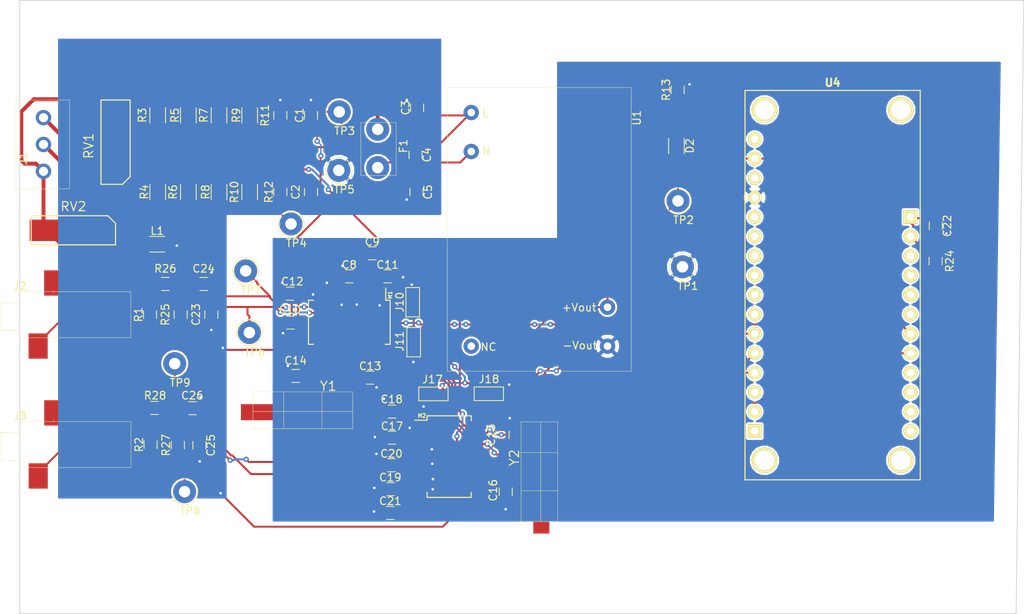
<source format=kicad_pcb>
(kicad_pcb (version 4) (host pcbnew 4.0.7)
  (layers (0 F.Cu signal) (31 B.Cu signal) (34 B.Paste user) (35 F.Paste user) (36 B.SilkS user) (37 F.SilkS user) (38 B.Mask user) (39 F.Mask user) (44 Edge.Cuts user))
  (net 0 "")
  (net 1 GNDA)
  (net 2 "Net-(C4-Pad2)")
  (net 3 GNDD)
  (net 4 "Net-(C10-Pad1)")
  (net 5 "Net-(C19-Pad1)")
  (net 6 "Net-(D2-Pad1)")
  (net 7 "Net-(J2-Pad1)")
  (net 8 "Net-(J2-Pad2)")
  (net 9 "Net-(J2-Pad3)")
  (net 10 "Net-(J3-Pad1)")
  (net 11 "Net-(J3-Pad2)")
  (net 12 "Net-(J3-Pad3)")
  (net 13 "Net-(J10-Pad2)")
  (net 14 "Net-(J11-Pad2)")
  (net 15 "Net-(J17-Pad2)")
  (net 16 "Net-(J18-Pad2)")
  (net 17 "Net-(M1-Pad21)")
  (net 18 "Net-(M1-Pad20)")
  (net 19 "Net-(M1-Pad19)")
  (net 20 "Net-(M1-Pad18)")
  (net 21 "Net-(M1-Pad17)")
  (net 22 "Net-(M1-Pad8)")
  (net 23 "Net-(M1-Pad7)")
  (net 24 "Net-(M2-Pad21)")
  (net 25 "Net-(M2-Pad20)")
  (net 26 "Net-(M2-Pad19)")
  (net 27 "Net-(M2-Pad18)")
  (net 28 "Net-(M2-Pad17)")
  (net 29 "Net-(M2-Pad8)")
  (net 30 "Net-(M2-Pad7)")
  (net 31 "Net-(R3-Pad1)")
  (net 32 "Net-(R4-Pad1)")
  (net 33 "Net-(R5-Pad1)")
  (net 34 "Net-(R6-Pad1)")
  (net 35 "Net-(R7-Pad1)")
  (net 36 "Net-(R10-Pad2)")
  (net 37 /ATM90_Circuit/CS1)
  (net 38 /ATM90_Circuit/CS0)
  (net 39 /ATM90_Circuit/MOSI)
  (net 40 /ATM90_Circuit/MISO)
  (net 41 "Net-(R24-Pad1)")
  (net 42 "Net-(U4-Pad16)")
  (net 43 "Net-(U4-Pad14)")
  (net 44 "Net-(U4-Pad12)")
  (net 45 "Net-(U4-Pad11)")
  (net 46 "Net-(U4-Pad10)")
  (net 47 "Net-(U4-Pad9)")
  (net 48 "Net-(U4-Pad8)")
  (net 49 "Net-(U4-Pad7)")
  (net 50 "Net-(U4-Pad3)")
  (net 51 "Net-(U4-Pad2)")
  (net 52 "Net-(U4-Pad1)")
  (net 53 "Net-(U4-Pad19)")
  (net 54 "Net-(U4-Pad20)")
  (net 55 "Net-(U4-Pad21)")
  (net 56 "Net-(U4-Pad22)")
  (net 57 "Net-(U4-Pad25)")
  (net 58 "Net-(U4-Pad26)")
  (net 59 "Net-(U4-Pad27)")
  (net 60 "Net-(U4-Pad28)")
  (net 61 "Net-(U1-Pad3)")
  (net 62 /LO_SAMP)
  (net 63 /L1_SAMP)
  (net 64 "Net-(C2-Pad2)")
  (net 65 /LO)
  (net 66 +3V3)
  (net 67 /ATM90_Circuit/CLKOUT_0)
  (net 68 /ATM90_Circuit/CLKIN_0)
  (net 69 /ATM90_Circuit/CLKOUT_1)
  (net 70 /ATM90_Circuit/CLKIN_1)
  (net 71 /IP_0)
  (net 72 /IN_0)
  (net 73 /IP_1)
  (net 74 /IN_1)
  (net 75 /N)
  (net 76 /L1)
  (net 77 /ATM90_Circuit/SCLK)
  (module Capacitors_SMD:C_0805 (layer F.Cu) (at 168.4 113.775 180)
    (fp_text reference C19 (at 0.05 1.525 180) (layer F.SilkS))
    (fp_text value 10u)
    (pad 1 smd rect (at -1 0 180) (size 1 1.25) (layers F.Cu F.Paste F.Mask) (net 5 "Net-(C19-Pad1)"))
    (pad 2 smd rect (at 1 0 180) (size 1 1.25) (layers F.Cu F.Paste F.Mask) (net 3 GNDD))
  )
  (module Capacitors_SMD:C_0805 (layer F.Cu) (at 168.5 110.65 180)
    (fp_text reference C20 (at 0 1.5 180) (layer F.SilkS))
    (fp_text value .1u)
    (pad 1 smd rect (at -1 0 180) (size 1 1.25) (layers F.Cu F.Paste F.Mask) (net 66 +3V3))
    (pad 2 smd rect (at 1 0 180) (size 1 1.25) (layers F.Cu F.Paste F.Mask) (net 3 GNDD))
  )
  (module Capacitors_SMD:C_0805 (layer F.Cu) (at 168.35 116.875 180)
    (fp_text reference C21 (at 0 1.55 180) (layer F.SilkS))
    (fp_text value .1u)
    (pad 1 smd rect (at -1 0 180) (size 1 1.25) (layers F.Cu F.Paste F.Mask) (net 5 "Net-(C19-Pad1)"))
    (pad 2 smd rect (at 1 0 180) (size 1 1.25) (layers F.Cu F.Paste F.Mask) (net 3 GNDD))
  )
  (module Capacitors_SMD:C_0805 (layer F.Cu) (at 168.575 107.05)
    (fp_text reference C17 (at 0 -1.5) (layer F.SilkS))
    (fp_text value .1u)
    (pad 1 smd rect (at -1 0) (size 1 1.25) (layers F.Cu F.Paste F.Mask) (net 3 GNDD))
    (pad 2 smd rect (at 1 0) (size 1 1.25) (layers F.Cu F.Paste F.Mask) (net 66 +3V3))
  )
  (module HappyDayEnergyMonitor:SSOP-28_5.3x10.2mm_Pitch0.65mm (layer F.Cu) (at 176.025 109.525)
    (fp_text reference M2 (at -3.556 -5.334) (layer F.SilkS) (effects (font (size 0.5 0.5) (thickness 0.125))))
    (fp_text value ATM90E26_ATM90E26)
    (pad 28 smd rect (at 3.6 -4.225) (size 1.75 0.45) (layers F.Cu F.Paste F.Mask) (net 16 "Net-(J18-Pad2)"))
    (pad 27 smd rect (at 3.6 -3.575) (size 1.75 0.45) (layers F.Cu F.Paste F.Mask) (net 39 /ATM90_Circuit/MOSI))
    (pad 26 smd rect (at 3.6 -2.925) (size 1.75 0.45) (layers F.Cu F.Paste F.Mask) (net 40 /ATM90_Circuit/MISO))
    (pad 25 smd rect (at 3.6 -2.275) (size 1.75 0.45) (layers F.Cu F.Paste F.Mask) (net 77 /ATM90_Circuit/SCLK))
    (pad 24 smd rect (at 3.6 -1.625) (size 1.75 0.45) (layers F.Cu F.Paste F.Mask) (net 37 /ATM90_Circuit/CS1))
    (pad 23 smd rect (at 3.6 -0.975) (size 1.75 0.45) (layers F.Cu F.Paste F.Mask) (net 69 /ATM90_Circuit/CLKOUT_1))
    (pad 22 smd rect (at 3.6 -0.325) (size 1.75 0.45) (layers F.Cu F.Paste F.Mask) (net 70 /ATM90_Circuit/CLKIN_1))
    (pad 21 smd rect (at 3.6 0.325) (size 1.75 0.45) (layers F.Cu F.Paste F.Mask) (net 24 "Net-(M2-Pad21)"))
    (pad 20 smd rect (at 3.6 0.975) (size 1.75 0.45) (layers F.Cu F.Paste F.Mask) (net 25 "Net-(M2-Pad20)"))
    (pad 19 smd rect (at 3.6 1.625) (size 1.75 0.45) (layers F.Cu F.Paste F.Mask) (net 26 "Net-(M2-Pad19)"))
    (pad 18 smd rect (at 3.6 2.275) (size 1.75 0.45) (layers F.Cu F.Paste F.Mask) (net 27 "Net-(M2-Pad18)"))
    (pad 17 smd rect (at 3.6 2.925) (size 1.75 0.45) (layers F.Cu F.Paste F.Mask) (net 28 "Net-(M2-Pad17)"))
    (pad 16 smd rect (at 3.6 3.575) (size 1.75 0.45) (layers F.Cu F.Paste F.Mask) (net 63 /L1_SAMP))
    (pad 15 smd rect (at 3.6 4.225) (size 1.75 0.45) (layers F.Cu F.Paste F.Mask) (net 1 GNDA))
    (pad 14 smd rect (at -3.6 4.225) (size 1.75 0.45) (layers F.Cu F.Paste F.Mask) (net 3 GNDD))
    (pad 13 smd rect (at -3.6 3.575) (size 1.75 0.45) (layers F.Cu F.Paste F.Mask) (net 5 "Net-(C19-Pad1)"))
    (pad 12 smd rect (at -3.6 2.925) (size 1.75 0.45) (layers F.Cu F.Paste F.Mask) (net 3 GNDD))
    (pad 11 smd rect (at -3.6 2.275) (size 1.75 0.45) (layers F.Cu F.Paste F.Mask) (net 74 /IN_1))
    (pad 10 smd rect (at -3.6 1.625) (size 1.75 0.45) (layers F.Cu F.Paste F.Mask) (net 73 /IP_1))
    (pad 9 smd rect (at -3.6 0.975) (size 1.75 0.45) (layers F.Cu F.Paste F.Mask) (net 3 GNDD))
    (pad 8 smd rect (at -3.6 0.325) (size 1.75 0.45) (layers F.Cu F.Paste F.Mask) (net 29 "Net-(M2-Pad8)"))
    (pad 7 smd rect (at -3.6 -0.325) (size 1.75 0.45) (layers F.Cu F.Paste F.Mask) (net 30 "Net-(M2-Pad7)"))
    (pad 6 smd rect (at -3.6 -0.975) (size 1.75 0.45) (layers F.Cu F.Paste F.Mask) (net 3 GNDD))
    (pad 5 smd rect (at -3.6 -1.625) (size 1.75 0.45) (layers F.Cu F.Paste F.Mask) (net 66 +3V3))
    (pad 4 smd rect (at -3.6 -2.275) (size 1.75 0.45) (layers F.Cu F.Paste F.Mask) (net 66 +3V3))
    (pad 3 smd rect (at -3.6 -2.925) (size 1.75 0.45) (layers F.Cu F.Paste F.Mask) (net 66 +3V3))
    (pad 2 smd rect (at -3.6 -3.575) (size 1.75 0.45) (layers F.Cu F.Paste F.Mask) (net 3 GNDD))
    (pad 1 smd rect (at -3.6 -4.225) (size 1.75 0.45) (layers F.Cu F.Paste F.Mask) (net 15 "Net-(J17-Pad2)"))
  )
  (module Capacitors_SMD:C_0805 (layer F.Cu) (at 183 106.675 90)
    (fp_text reference C15 (at 0 -1.5 90) (layer F.SilkS))
    (fp_text value 20p)
    (pad 1 smd rect (at -1 0 90) (size 1 1.25) (layers F.Cu F.Paste F.Mask) (net 69 /ATM90_Circuit/CLKOUT_1))
    (pad 2 smd rect (at 1 0 90) (size 1 1.25) (layers F.Cu F.Paste F.Mask) (net 3 GNDD))
  )
  (module Capacitors_SMD:C_0805 (layer F.Cu) (at 183.41 114.11 270)
    (fp_text reference C16 (at -0.19 1.65 270) (layer F.SilkS))
    (fp_text value 20p)
    (pad 1 smd rect (at -1 0 270) (size 1 1.25) (layers F.Cu F.Paste F.Mask) (net 70 /ATM90_Circuit/CLKIN_1))
    (pad 2 smd rect (at 1 0 270) (size 1 1.25) (layers F.Cu F.Paste F.Mask) (net 3 GNDD))
  )
  (module Capacitors_SMD:C_0805 (layer F.Cu) (at 171.84 64.01 90)
    (fp_text reference C3 (at 0 -1.5 90) (layer F.SilkS))
    (fp_text value .001u)
    (pad 1 smd rect (at -1 0 90) (size 1 1.25) (layers F.Cu F.Paste F.Mask) (net 65 /LO))
    (pad 2 smd rect (at 1 0 90) (size 1 1.25) (layers F.Cu F.Paste F.Mask) (net 1 GNDA))
  )
  (module HappyDayEnergyMonitor:Crystal (layer F.Cu) (at 159.45 105.9 180)
    (fp_text reference Y1 (at -0.8 5.575 360) (layer F.SilkS) (effects (font (size 1.2 1.2))))
    (fp_text value Crystal_Small)
    (pad 1 smd rect (at -2.79 2.18 180) (size 5.6 2.1) (layers F.Cu F.Paste F.Mask) (net 67 /ATM90_Circuit/CLKOUT_0))
    (pad 2 smd rect (at 7.79 2.17 180) (size 5.6 2.1) (layers F.Cu F.Paste F.Mask) (net 68 /ATM90_Circuit/CLKIN_0))
  )
  (module Capacitors_SMD:C_0805 (layer F.Cu) (at 158 65 90)
    (fp_text reference C1 (at 0 -1.5 90) (layer F.SilkS))
    (fp_text value .033u)
    (pad 1 smd rect (at -1 0 90) (size 1 1.25) (layers F.Cu F.Paste F.Mask) (net 62 /LO_SAMP))
    (pad 2 smd rect (at 1 0 90) (size 1 1.25) (layers F.Cu F.Paste F.Mask) (net 1 GNDA))
  )
  (module Capacitors_SMD:C_0805 (layer F.Cu) (at 158 75 270)
    (fp_text reference C2 (at 0 2 270) (layer F.SilkS))
    (fp_text value .033u)
    (pad 1 smd rect (at -1 0 270) (size 1 1.25) (layers F.Cu F.Paste F.Mask) (net 63 /L1_SAMP))
    (pad 2 smd rect (at 1 0 270) (size 1 1.25) (layers F.Cu F.Paste F.Mask) (net 64 "Net-(C2-Pad2)"))
  )
  (module Capacitors_SMD:C_0805 (layer F.Cu) (at 171.64 70.15 270)
    (fp_text reference C4 (at 0 -1.5 270) (layer F.SilkS))
    (fp_text value .1u)
    (pad 1 smd rect (at -1 0 270) (size 1 1.25) (layers F.Cu F.Paste F.Mask) (net 65 /LO))
    (pad 2 smd rect (at 1 0 270) (size 1 1.25) (layers F.Cu F.Paste F.Mask) (net 2 "Net-(C4-Pad2)"))
  )
  (module Capacitors_SMD:C_0805 (layer F.Cu) (at 171.77 75.01 270)
    (fp_text reference C5 (at 0 -1.5 270) (layer F.SilkS))
    (fp_text value .001u)
    (pad 1 smd rect (at -1 0 270) (size 1 1.25) (layers F.Cu F.Paste F.Mask) (net 2 "Net-(C4-Pad2)"))
    (pad 2 smd rect (at 1 0 270) (size 1 1.25) (layers F.Cu F.Paste F.Mask) (net 1 GNDA))
  )
  (module Capacitors_SMD:C_0805 (layer F.Cu) (at 163 86)
    (fp_text reference C8 (at 0 -1.5) (layer F.SilkS))
    (fp_text value .1u)
    (pad 1 smd rect (at -1 0) (size 1 1.25) (layers F.Cu F.Paste F.Mask) (net 3 GNDD))
    (pad 2 smd rect (at 1 0) (size 1 1.25) (layers F.Cu F.Paste F.Mask) (net 66 +3V3))
  )
  (module Capacitors_SMD:C_0805 (layer F.Cu) (at 166 83)
    (fp_text reference C9 (at 0 -1.5) (layer F.SilkS))
    (fp_text value 10u)
    (pad 1 smd rect (at -1 0) (size 1 1.25) (layers F.Cu F.Paste F.Mask) (net 66 +3V3))
    (pad 2 smd rect (at 1 0) (size 1 1.25) (layers F.Cu F.Paste F.Mask) (net 3 GNDD))
  )
  (module Capacitors_SMD:C_0805 (layer F.Cu) (at 155.33 92.04 180)
    (fp_text reference C10 (at 0.08 1.65 180) (layer F.SilkS))
    (fp_text value 10u)
    (pad 1 smd rect (at -1 0 180) (size 1 1.25) (layers F.Cu F.Paste F.Mask) (net 4 "Net-(C10-Pad1)"))
    (pad 2 smd rect (at 1 0 180) (size 1 1.25) (layers F.Cu F.Paste F.Mask) (net 3 GNDD))
  )
  (module Capacitors_SMD:C_0805 (layer F.Cu) (at 168 86)
    (fp_text reference C11 (at 0 -1.5) (layer F.SilkS))
    (fp_text value .1u)
    (pad 1 smd rect (at -1 0) (size 1 1.25) (layers F.Cu F.Paste F.Mask) (net 66 +3V3))
    (pad 2 smd rect (at 1 0) (size 1 1.25) (layers F.Cu F.Paste F.Mask) (net 3 GNDD))
  )
  (module Capacitors_SMD:C_0805 (layer F.Cu) (at 155.27 88.27 180)
    (fp_text reference C12 (at -0.3 1.59 180) (layer F.SilkS))
    (fp_text value .1u)
    (pad 1 smd rect (at -1 0 180) (size 1 1.25) (layers F.Cu F.Paste F.Mask) (net 4 "Net-(C10-Pad1)"))
    (pad 2 smd rect (at 1 0 180) (size 1 1.25) (layers F.Cu F.Paste F.Mask) (net 3 GNDD))
  )
  (module Capacitors_SMD:C_0805 (layer F.Cu) (at 165.725 99.225)
    (fp_text reference C13 (at 0 -1.5) (layer F.SilkS))
    (fp_text value 20p)
    (pad 1 smd rect (at -1 0) (size 1 1.25) (layers F.Cu F.Paste F.Mask) (net 67 /ATM90_Circuit/CLKOUT_0))
    (pad 2 smd rect (at 1 0) (size 1 1.25) (layers F.Cu F.Paste F.Mask) (net 3 GNDD))
  )
  (module Capacitors_SMD:C_0805 (layer F.Cu) (at 156 99 180)
    (fp_text reference C14 (at 0 2 180) (layer F.SilkS))
    (fp_text value 20p)
    (pad 1 smd rect (at -1 0 180) (size 1 1.25) (layers F.Cu F.Paste F.Mask) (net 68 /ATM90_Circuit/CLKIN_0))
    (pad 2 smd rect (at 1 0 180) (size 1 1.25) (layers F.Cu F.Paste F.Mask) (net 3 GNDD))
  )
  (module Capacitors_SMD:C_0805 (layer F.Cu) (at 168.575 103.65 180)
    (fp_text reference C18 (at 0.05 1.6 180) (layer F.SilkS))
    (fp_text value 10u)
    (pad 1 smd rect (at -1 0 180) (size 1 1.25) (layers F.Cu F.Paste F.Mask) (net 66 +3V3))
    (pad 2 smd rect (at 1 0 180) (size 1 1.25) (layers F.Cu F.Paste F.Mask) (net 3 GNDD))
  )
  (module Capacitors_SMD:C_0805 (layer F.Cu) (at 239.52 79.42 270)
    (fp_text reference C22 (at 0 -1.5 270) (layer F.SilkS))
    (fp_text value .1u)
    (pad 1 smd rect (at -1 0 270) (size 1 1.25) (layers F.Cu F.Paste F.Mask) (net 66 +3V3))
    (pad 2 smd rect (at 1 0 270) (size 1 1.25) (layers F.Cu F.Paste F.Mask) (net 3 GNDD))
  )
  (module Capacitors_SMD:C_0805 (layer F.Cu) (at 145 91 270)
    (fp_text reference C23 (at 0 2 270) (layer F.SilkS))
    (fp_text value .33u)
    (pad 1 smd rect (at -1 0 270) (size 1 1.25) (layers F.Cu F.Paste F.Mask) (net 71 /IP_0))
    (pad 2 smd rect (at 1 0 270) (size 1 1.25) (layers F.Cu F.Paste F.Mask) (net 1 GNDA))
  )
  (module Capacitors_SMD:C_0805 (layer F.Cu) (at 144 87 180)
    (fp_text reference C24 (at 0 2 180) (layer F.SilkS))
    (fp_text value .33u)
    (pad 1 smd rect (at -1 0 180) (size 1 1.25) (layers F.Cu F.Paste F.Mask) (net 1 GNDA))
    (pad 2 smd rect (at 1 0 180) (size 1 1.25) (layers F.Cu F.Paste F.Mask) (net 72 /IN_0))
  )
  (module Capacitors_SMD:C_0805 (layer F.Cu) (at 143.44 108.05 270)
    (fp_text reference C25 (at 0 -1.5 270) (layer F.SilkS))
    (fp_text value .33u)
    (pad 1 smd rect (at -1 0 270) (size 1 1.25) (layers F.Cu F.Paste F.Mask) (net 73 /IP_1))
    (pad 2 smd rect (at 1 0 270) (size 1 1.25) (layers F.Cu F.Paste F.Mask) (net 1 GNDA))
  )
  (module Capacitors_SMD:C_0805 (layer F.Cu) (at 142.56 103.21 180)
    (fp_text reference C26 (at 0.04 1.65 180) (layer F.SilkS))
    (fp_text value .33u)
    (pad 1 smd rect (at -1 0 180) (size 1 1.25) (layers F.Cu F.Paste F.Mask) (net 1 GNDA))
    (pad 2 smd rect (at 1 0 180) (size 1 1.25) (layers F.Cu F.Paste F.Mask) (net 74 /IN_1))
  )
  (module Capacitors_SMD:C_1206_HandSoldering (layer F.Cu) (at 205.68 68.99 270)
    (fp_text reference D2 (at 0 -1.75 270) (layer F.SilkS))
    (fp_text value IND_LED)
    (pad 1 smd rect (at -2 0 270) (size 2 1.6) (layers F.Cu F.Paste F.Mask) (net 6 "Net-(D2-Pad1)"))
    (pad 2 smd rect (at 2 0 270) (size 2 1.6) (layers F.Cu F.Paste F.Mask) (net 66 +3V3))
  )
  (module HappyDayEnergyMonitor:POLYFUSE (layer F.Cu) (at 164.51 72.84 90)
    (fp_text reference F1 (at 3.83 5.55 90) (layer F.SilkS))
    (fp_text value Polyfuse)
    (pad 1 thru_hole circle (at 1.02 2.2 90) (size 3 3) (drill 1.5) (layers *.Cu *.Mask) (net 2 "Net-(C4-Pad2)"))
    (pad 2 thru_hole circle (at 6.02 2.2 90) (size 3 3) (drill 1.5) (layers *.Cu *.Mask) (net 75 /N))
  )
  (module HappyDayEnergyMonitor:3PinConnector (layer F.Cu) (at 126.5 63 270)
    (fp_text reference J1 (at 7.63 6.09 270) (layer F.SilkS))
    (fp_text value Conn_01x03)
    (pad 1 thru_hole circle (at 2.3 3.4 270) (size 2 2) (drill 1.2) (layers *.Cu *.Mask) (net 65 /LO))
    (pad 2 thru_hole circle (at 5.8 3.4 270) (size 2 2) (drill 1.2) (layers *.Cu *.Mask) (net 76 /L1))
    (pad 3 thru_hole circle (at 9.3 3.4 270) (size 2 2) (drill 1.2) (layers *.Cu *.Mask) (net 75 /N))
  )
  (module HappyDayEnergyMonitor:Audio-Jack (layer F.Cu) (at 120 88)
    (fp_text reference J2 (at 0.04 -0.72) (layer F.SilkS))
    (fp_text value TRS3.5)
    (pad 1 smd rect (at 4.43 -1.13) (size 2.5 3.3) (layers F.Cu F.Paste F.Mask) (net 7 "Net-(J2-Pad1)"))
    (pad 2 smd rect (at 2.4 7.1) (size 2.5 3.3) (layers F.Cu F.Paste F.Mask) (net 8 "Net-(J2-Pad2)"))
    (pad 3 smd rect (at 11.62 7.2) (size 2.5 3.3) (layers F.Cu F.Paste F.Mask) (net 9 "Net-(J2-Pad3)"))
  )
  (module HappyDayEnergyMonitor:Audio-Jack (layer F.Cu) (at 120.01 104.95)
    (fp_text reference J3 (at 0.04 -0.72) (layer F.SilkS))
    (fp_text value TRS3.5)
    (pad 1 smd rect (at 4.43 -1.13) (size 2.5 3.3) (layers F.Cu F.Paste F.Mask) (net 10 "Net-(J3-Pad1)"))
    (pad 2 smd rect (at 2.4 7.1) (size 2.5 3.3) (layers F.Cu F.Paste F.Mask) (net 11 "Net-(J3-Pad2)"))
    (pad 3 smd rect (at 11.62 7.2) (size 2.5 3.3) (layers F.Cu F.Paste F.Mask) (net 12 "Net-(J3-Pad3)"))
  )
  (module Connectors:GS3 (layer F.Cu) (at 171.275 89.38)
    (fp_text reference J10 (at -1.7 0 90) (layer F.SilkS))
    (fp_text value GS3)
    (pad 1 smd rect (at 0 -1.27) (size 1.27 0.97) (layers F.Cu F.Paste F.Mask) (net 3 GNDD))
    (pad 2 smd rect (at 0 0) (size 1.27 0.97) (layers F.Cu F.Paste F.Mask) (net 13 "Net-(J10-Pad2)"))
    (pad 3 smd rect (at 0 1.27) (size 1.27 0.97) (layers F.Cu F.Paste F.Mask) (net 66 +3V3))
  )
  (module Connectors:GS3 (layer F.Cu) (at 171.4 94.595)
    (fp_text reference J11 (at -1.825 -0.125 90) (layer F.SilkS))
    (fp_text value GS3)
    (pad 1 smd rect (at 0 -1.27) (size 1.27 0.97) (layers F.Cu F.Paste F.Mask) (net 66 +3V3))
    (pad 2 smd rect (at 0 0) (size 1.27 0.97) (layers F.Cu F.Paste F.Mask) (net 14 "Net-(J11-Pad2)"))
    (pad 3 smd rect (at 0 1.27) (size 1.27 0.97) (layers F.Cu F.Paste F.Mask) (net 3 GNDD))
  )
  (module Connectors:GS3 (layer F.Cu) (at 173.975 101.35 90)
    (fp_text reference J17 (at 1.9 -0.125 180) (layer F.SilkS))
    (fp_text value GS3)
    (pad 1 smd rect (at 0 -1.27 90) (size 1.27 0.97) (layers F.Cu F.Paste F.Mask) (net 3 GNDD))
    (pad 2 smd rect (at 0 0 90) (size 1.27 0.97) (layers F.Cu F.Paste F.Mask) (net 15 "Net-(J17-Pad2)"))
    (pad 3 smd rect (at 0 1.27 90) (size 1.27 0.97) (layers F.Cu F.Paste F.Mask) (net 66 +3V3))
  )
  (module Connectors:GS3 (layer F.Cu) (at 181.2 101.325 90)
    (fp_text reference J18 (at 1.9 0.025 180) (layer F.SilkS))
    (fp_text value GS3)
    (pad 1 smd rect (at 0 -1.27 90) (size 1.27 0.97) (layers F.Cu F.Paste F.Mask) (net 66 +3V3))
    (pad 2 smd rect (at 0 0 90) (size 1.27 0.97) (layers F.Cu F.Paste F.Mask) (net 16 "Net-(J18-Pad2)"))
    (pad 3 smd rect (at 0 1.27 90) (size 1.27 0.97) (layers F.Cu F.Paste F.Mask) (net 3 GNDD))
  )
  (module Capacitors_SMD:C_1206 (layer F.Cu) (at 137.94 81.82)
    (fp_text reference L1 (at 0 -1.75) (layer F.SilkS))
    (fp_text value Ferrite_Bead_Small)
    (pad 1 smd rect (at -1.5 0) (size 1 1.6) (layers F.Cu F.Paste F.Mask) (net 75 /N))
    (pad 2 smd rect (at 1.5 0) (size 1 1.6) (layers F.Cu F.Paste F.Mask) (net 1 GNDA))
  )
  (module HappyDayEnergyMonitor:SSOP-28_5.3x10.2mm_Pitch0.65mm (layer F.Cu) (at 163 92 270)
    (fp_text reference M1 (at -3.556 -5.334 270) (layer F.SilkS) (effects (font (size 0.5 0.5) (thickness 0.125))))
    (fp_text value ATM90E26_ATM90E26)
    (pad 28 smd rect (at 3.6 -4.225 270) (size 1.75 0.45) (layers F.Cu F.Paste F.Mask) (net 14 "Net-(J11-Pad2)"))
    (pad 27 smd rect (at 3.6 -3.575 270) (size 1.75 0.45) (layers F.Cu F.Paste F.Mask) (net 39 /ATM90_Circuit/MOSI))
    (pad 26 smd rect (at 3.6 -2.925 270) (size 1.75 0.45) (layers F.Cu F.Paste F.Mask) (net 40 /ATM90_Circuit/MISO))
    (pad 25 smd rect (at 3.6 -2.275 270) (size 1.75 0.45) (layers F.Cu F.Paste F.Mask) (net 77 /ATM90_Circuit/SCLK))
    (pad 24 smd rect (at 3.6 -1.625 270) (size 1.75 0.45) (layers F.Cu F.Paste F.Mask) (net 38 /ATM90_Circuit/CS0))
    (pad 23 smd rect (at 3.6 -0.975 270) (size 1.75 0.45) (layers F.Cu F.Paste F.Mask) (net 67 /ATM90_Circuit/CLKOUT_0))
    (pad 22 smd rect (at 3.6 -0.325 270) (size 1.75 0.45) (layers F.Cu F.Paste F.Mask) (net 68 /ATM90_Circuit/CLKIN_0))
    (pad 21 smd rect (at 3.6 0.325 270) (size 1.75 0.45) (layers F.Cu F.Paste F.Mask) (net 17 "Net-(M1-Pad21)"))
    (pad 20 smd rect (at 3.6 0.975 270) (size 1.75 0.45) (layers F.Cu F.Paste F.Mask) (net 18 "Net-(M1-Pad20)"))
    (pad 19 smd rect (at 3.6 1.625 270) (size 1.75 0.45) (layers F.Cu F.Paste F.Mask) (net 19 "Net-(M1-Pad19)"))
    (pad 18 smd rect (at 3.6 2.275 270) (size 1.75 0.45) (layers F.Cu F.Paste F.Mask) (net 20 "Net-(M1-Pad18)"))
    (pad 17 smd rect (at 3.6 2.925 270) (size 1.75 0.45) (layers F.Cu F.Paste F.Mask) (net 21 "Net-(M1-Pad17)"))
    (pad 16 smd rect (at 3.6 3.575 270) (size 1.75 0.45) (layers F.Cu F.Paste F.Mask) (net 62 /LO_SAMP))
    (pad 15 smd rect (at 3.6 4.225 270) (size 1.75 0.45) (layers F.Cu F.Paste F.Mask) (net 1 GNDA))
    (pad 14 smd rect (at -3.6 4.225 270) (size 1.75 0.45) (layers F.Cu F.Paste F.Mask) (net 3 GNDD))
    (pad 13 smd rect (at -3.6 3.575 270) (size 1.75 0.45) (layers F.Cu F.Paste F.Mask) (net 4 "Net-(C10-Pad1)"))
    (pad 12 smd rect (at -3.6 2.925 270) (size 1.75 0.45) (layers F.Cu F.Paste F.Mask) (net 3 GNDD))
    (pad 11 smd rect (at -3.6 2.275 270) (size 1.75 0.45) (layers F.Cu F.Paste F.Mask) (net 72 /IN_0))
    (pad 10 smd rect (at -3.6 1.625 270) (size 1.75 0.45) (layers F.Cu F.Paste F.Mask) (net 71 /IP_0))
    (pad 9 smd rect (at -3.6 0.975 270) (size 1.75 0.45) (layers F.Cu F.Paste F.Mask) (net 3 GNDD))
    (pad 8 smd rect (at -3.6 0.325 270) (size 1.75 0.45) (layers F.Cu F.Paste F.Mask) (net 22 "Net-(M1-Pad8)"))
    (pad 7 smd rect (at -3.6 -0.325 270) (size 1.75 0.45) (layers F.Cu F.Paste F.Mask) (net 23 "Net-(M1-Pad7)"))
    (pad 6 smd rect (at -3.6 -0.975 270) (size 1.75 0.45) (layers F.Cu F.Paste F.Mask) (net 3 GNDD))
    (pad 5 smd rect (at -3.6 -1.625 270) (size 1.75 0.45) (layers F.Cu F.Paste F.Mask) (net 66 +3V3))
    (pad 4 smd rect (at -3.6 -2.275 270) (size 1.75 0.45) (layers F.Cu F.Paste F.Mask) (net 66 +3V3))
    (pad 3 smd rect (at -3.6 -2.925 270) (size 1.75 0.45) (layers F.Cu F.Paste F.Mask) (net 66 +3V3))
    (pad 2 smd rect (at -3.6 -3.575 270) (size 1.75 0.45) (layers F.Cu F.Paste F.Mask) (net 3 GNDD))
    (pad 1 smd rect (at -3.6 -4.225 270) (size 1.75 0.45) (layers F.Cu F.Paste F.Mask) (net 13 "Net-(J10-Pad2)"))
  )
  (module Capacitors_SMD:C_0805 (layer F.Cu) (at 137 91 90)
    (fp_text reference R1 (at 0 -1.5 90) (layer F.SilkS))
    (fp_text value 12)
    (pad 1 smd rect (at -1 0 90) (size 1 1.25) (layers F.Cu F.Paste F.Mask) (net 8 "Net-(J2-Pad2)"))
    (pad 2 smd rect (at 1 0 90) (size 1 1.25) (layers F.Cu F.Paste F.Mask) (net 7 "Net-(J2-Pad1)"))
  )
  (module Capacitors_SMD:C_0805 (layer F.Cu) (at 137.07 107.97 90)
    (fp_text reference R2 (at 0 -1.5 90) (layer F.SilkS))
    (fp_text value 12)
    (pad 1 smd rect (at -1 0 90) (size 1 1.25) (layers F.Cu F.Paste F.Mask) (net 11 "Net-(J3-Pad2)"))
    (pad 2 smd rect (at 1 0 90) (size 1 1.25) (layers F.Cu F.Paste F.Mask) (net 10 "Net-(J3-Pad1)"))
  )
  (module Capacitors_SMD:C_1206 (layer F.Cu) (at 138 65 270)
    (fp_text reference R3 (at 0 2 270) (layer F.SilkS))
    (fp_text value 220K)
    (pad 1 smd rect (at -1.5 0 270) (size 1 1.6) (layers F.Cu F.Paste F.Mask) (net 31 "Net-(R3-Pad1)"))
    (pad 2 smd rect (at 1.5 0 270) (size 1 1.6) (layers F.Cu F.Paste F.Mask) (net 65 /LO))
  )
  (module Capacitors_SMD:C_1206 (layer F.Cu) (at 138 75 90)
    (fp_text reference R4 (at 0 -1.75 90) (layer F.SilkS))
    (fp_text value 220K)
    (pad 1 smd rect (at -1.5 0 90) (size 1 1.6) (layers F.Cu F.Paste F.Mask) (net 32 "Net-(R4-Pad1)"))
    (pad 2 smd rect (at 1.5 0 90) (size 1 1.6) (layers F.Cu F.Paste F.Mask) (net 76 /L1))
  )
  (module Capacitors_SMD:C_1206 (layer F.Cu) (at 142 65 90)
    (fp_text reference R5 (at 0 -1.75 90) (layer F.SilkS))
    (fp_text value 220K)
    (pad 1 smd rect (at -1.5 0 90) (size 1 1.6) (layers F.Cu F.Paste F.Mask) (net 33 "Net-(R5-Pad1)"))
    (pad 2 smd rect (at 1.5 0 90) (size 1 1.6) (layers F.Cu F.Paste F.Mask) (net 31 "Net-(R3-Pad1)"))
  )
  (module Capacitors_SMD:C_1206 (layer F.Cu) (at 142 75 270)
    (fp_text reference R6 (at 0 2 270) (layer F.SilkS))
    (fp_text value 220K)
    (pad 1 smd rect (at -1.5 0 270) (size 1 1.6) (layers F.Cu F.Paste F.Mask) (net 34 "Net-(R6-Pad1)"))
    (pad 2 smd rect (at 1.5 0 270) (size 1 1.6) (layers F.Cu F.Paste F.Mask) (net 32 "Net-(R4-Pad1)"))
  )
  (module Capacitors_SMD:C_1206 (layer F.Cu) (at 146 65 270)
    (fp_text reference R7 (at 0 2 270) (layer F.SilkS))
    (fp_text value 220K)
    (pad 1 smd rect (at -1.5 0 270) (size 1 1.6) (layers F.Cu F.Paste F.Mask) (net 35 "Net-(R7-Pad1)"))
    (pad 2 smd rect (at 1.5 0 270) (size 1 1.6) (layers F.Cu F.Paste F.Mask) (net 33 "Net-(R5-Pad1)"))
  )
  (module Capacitors_SMD:C_1206 (layer F.Cu) (at 146 75 90)
    (fp_text reference R8 (at 0 -1.75 90) (layer F.SilkS))
    (fp_text value 220K)
    (pad 1 smd rect (at -1.5 0 90) (size 1 1.6) (layers F.Cu F.Paste F.Mask) (net 36 "Net-(R10-Pad2)"))
    (pad 2 smd rect (at 1.5 0 90) (size 1 1.6) (layers F.Cu F.Paste F.Mask) (net 34 "Net-(R6-Pad1)"))
  )
  (module Capacitors_SMD:C_1206 (layer F.Cu) (at 150 65 90)
    (fp_text reference R9 (at 0 -1.75 90) (layer F.SilkS))
    (fp_text value 220K)
    (pad 1 smd rect (at -1.5 0 90) (size 1 1.6) (layers F.Cu F.Paste F.Mask) (net 62 /LO_SAMP))
    (pad 2 smd rect (at 1.5 0 90) (size 1 1.6) (layers F.Cu F.Paste F.Mask) (net 35 "Net-(R7-Pad1)"))
  )
  (module Capacitors_SMD:C_1206 (layer F.Cu) (at 150 75 270)
    (fp_text reference R10 (at 0 2 270) (layer F.SilkS))
    (fp_text value 220K)
    (pad 1 smd rect (at -1.5 0 270) (size 1 1.6) (layers F.Cu F.Paste F.Mask) (net 63 /L1_SAMP))
    (pad 2 smd rect (at 1.5 0 270) (size 1 1.6) (layers F.Cu F.Paste F.Mask) (net 36 "Net-(R10-Pad2)"))
  )
  (module Capacitors_SMD:C_0805 (layer F.Cu) (at 154 65 270)
    (fp_text reference R11 (at 0 2 270) (layer F.SilkS))
    (fp_text value 1K)
    (pad 1 smd rect (at -1 0 270) (size 1 1.25) (layers F.Cu F.Paste F.Mask) (net 1 GNDA))
    (pad 2 smd rect (at 1 0 270) (size 1 1.25) (layers F.Cu F.Paste F.Mask) (net 62 /LO_SAMP))
  )
  (module Capacitors_SMD:C_0805 (layer F.Cu) (at 154 75 90)
    (fp_text reference R12 (at 0 -1.5 90) (layer F.SilkS))
    (fp_text value 1K)
    (pad 1 smd rect (at -1 0 90) (size 1 1.25) (layers F.Cu F.Paste F.Mask) (net 64 "Net-(C2-Pad2)"))
    (pad 2 smd rect (at 1 0 90) (size 1 1.25) (layers F.Cu F.Paste F.Mask) (net 63 /L1_SAMP))
  )
  (module Capacitors_SMD:C_0805 (layer F.Cu) (at 205.84 61.67 90)
    (fp_text reference R13 (at 0 -1.5 90) (layer F.SilkS))
    (fp_text value 499)
    (pad 1 smd rect (at -1 0 90) (size 1 1.25) (layers F.Cu F.Paste F.Mask) (net 6 "Net-(D2-Pad1)"))
    (pad 2 smd rect (at 1 0 90) (size 1 1.25) (layers F.Cu F.Paste F.Mask) (net 3 GNDD))
  )
  (module Capacitors_SMD:C_0805 (layer F.Cu) (at 239.5 84.02 90)
    (fp_text reference R24 (at 0 1.84 90) (layer F.SilkS))
    (fp_text value 10K)
    (pad 1 smd rect (at -1 0 90) (size 1 1.25) (layers F.Cu F.Paste F.Mask) (net 41 "Net-(R24-Pad1)"))
    (pad 2 smd rect (at 1 0 90) (size 1 1.25) (layers F.Cu F.Paste F.Mask) (net 66 +3V3))
  )
  (module Capacitors_SMD:C_0805 (layer F.Cu) (at 141 91 270)
    (fp_text reference R25 (at 0 2 270) (layer F.SilkS))
    (fp_text value 100)
    (pad 1 smd rect (at -1 0 270) (size 1 1.25) (layers F.Cu F.Paste F.Mask) (net 71 /IP_0))
    (pad 2 smd rect (at 1 0 270) (size 1 1.25) (layers F.Cu F.Paste F.Mask) (net 8 "Net-(J2-Pad2)"))
  )
  (module Capacitors_SMD:C_0805 (layer F.Cu) (at 139 87 180)
    (fp_text reference R26 (at 0 2 180) (layer F.SilkS))
    (fp_text value 100)
    (pad 1 smd rect (at -1 0 180) (size 1 1.25) (layers F.Cu F.Paste F.Mask) (net 72 /IN_0))
    (pad 2 smd rect (at 1 0 180) (size 1 1.25) (layers F.Cu F.Paste F.Mask) (net 7 "Net-(J2-Pad1)"))
  )
  (module Capacitors_SMD:C_0805 (layer F.Cu) (at 140.63 108.03 270)
    (fp_text reference R27 (at 0 1.54 270) (layer F.SilkS))
    (fp_text value 100)
    (pad 1 smd rect (at -1 0 270) (size 1 1.25) (layers F.Cu F.Paste F.Mask) (net 73 /IP_1))
    (pad 2 smd rect (at 1 0 270) (size 1 1.25) (layers F.Cu F.Paste F.Mask) (net 11 "Net-(J3-Pad2)"))
  )
  (module Capacitors_SMD:C_0805 (layer F.Cu) (at 137.59 103.17 180)
    (fp_text reference R28 (at -0.07 1.61 180) (layer F.SilkS))
    (fp_text value 100)
    (pad 1 smd rect (at -1 0 180) (size 1 1.25) (layers F.Cu F.Paste F.Mask) (net 74 /IN_1))
    (pad 2 smd rect (at 1 0 180) (size 1 1.25) (layers F.Cu F.Paste F.Mask) (net 10 "Net-(J3-Pad1)"))
  )
  (module HappyDayEnergyMonitor:MOV (layer F.Cu) (at 132.5 68.5 180)
    (fp_text reference RV1 (at 3.5 -0.5 270) (layer F.SilkS) (effects (font (size 1.2 1.2))))
    (fp_text value Varistor)
    (pad 2 smd rect (at 0 -3.5 180) (size 2.8 4.2) (layers F.Cu F.Paste F.Mask) (net 65 /LO))
    (pad 1 smd rect (at 0 3.6 180) (size 2.8 4.2) (layers F.Cu F.Paste F.Mask) (net 75 /N))
  )
  (module HappyDayEnergyMonitor:MOV (layer F.Cu) (at 127 80 270)
    (fp_text reference RV2 (at -3.1 0 360) (layer F.SilkS) (effects (font (size 1.2 1.2))))
    (fp_text value Varistor)
    (pad 2 smd rect (at 0 -3.5 270) (size 2.8 4.2) (layers F.Cu F.Paste F.Mask) (net 76 /L1))
    (pad 1 smd rect (at 0 3.6 270) (size 2.8 4.2) (layers F.Cu F.Paste F.Mask) (net 75 /N))
  )
  (module Connectors_TestPoints:Test_Point_Loop_D2.54mm_Drill1.5mm_Beaded (layer F.Cu) (at 206.47 84.76)
    (fp_text reference TP1 (at 0.7 2.5) (layer F.SilkS))
    (fp_text value GNDD)
    (pad 1 thru_hole circle (at 0 0) (size 3 3) (drill 1.5) (layers *.Cu *.Mask) (net 3 GNDD))
  )
  (module Connectors_TestPoints:Test_Point_Loop_D2.54mm_Drill1.5mm_Beaded (layer F.Cu) (at 205.89 76.16)
    (fp_text reference TP2 (at 0.7 2.5) (layer F.SilkS))
    (fp_text value 3.3V)
    (pad 1 thru_hole circle (at 0 0) (size 3 3) (drill 1.5) (layers *.Cu *.Mask) (net 66 +3V3))
  )
  (module Connectors_TestPoints:Test_Point_Loop_D2.54mm_Drill1.5mm_Beaded (layer F.Cu) (at 161.69 64.54)
    (fp_text reference TP3 (at 0.7 2.5) (layer F.SilkS))
    (fp_text value LO_SAMP)
    (pad 1 thru_hole circle (at 0 0) (size 3 3) (drill 1.5) (layers *.Cu *.Mask) (net 62 /LO_SAMP))
  )
  (module Connectors_TestPoints:Test_Point_Loop_D2.54mm_Drill1.5mm_Beaded (layer F.Cu) (at 155.39 79.17)
    (fp_text reference TP4 (at 0.7 2.5) (layer F.SilkS))
    (fp_text value L1_SAMP)
    (pad 1 thru_hole circle (at 0 0) (size 3 3) (drill 1.5) (layers *.Cu *.Mask) (net 63 /L1_SAMP))
  )
  (module Connectors_TestPoints:Test_Point_Loop_D2.54mm_Drill1.5mm_Beaded (layer F.Cu) (at 149.96 93.34)
    (fp_text reference TP6 (at 0.7 2.5) (layer F.SilkS))
    (fp_text value IP_0)
    (pad 1 thru_hole circle (at 0 0) (size 3 3) (drill 1.5) (layers *.Cu *.Mask) (net 71 /IP_0))
  )
  (module Connectors_TestPoints:Test_Point_Loop_D2.54mm_Drill1.5mm_Beaded (layer F.Cu) (at 149.48 85.29)
    (fp_text reference TP7 (at 0.7 2.5) (layer F.SilkS))
    (fp_text value IN_0)
    (pad 1 thru_hole circle (at 0 0) (size 3 3) (drill 1.5) (layers *.Cu *.Mask) (net 72 /IN_0))
  )
  (module Connectors_TestPoints:Test_Point_Loop_D2.54mm_Drill1.5mm_Beaded (layer F.Cu) (at 141.51 114.1)
    (fp_text reference TP8 (at 0.7 2.5) (layer F.SilkS))
    (fp_text value IP_1)
    (pad 1 thru_hole circle (at 0 0) (size 3 3) (drill 1.5) (layers *.Cu *.Mask) (net 73 /IP_1))
  )
  (module Connectors_TestPoints:Test_Point_Loop_D2.54mm_Drill1.5mm_Beaded (layer F.Cu) (at 140.22 97.39)
    (fp_text reference TP9 (at 0.7 2.5) (layer F.SilkS))
    (fp_text value IN_1)
    (pad 1 thru_hole circle (at 0 0) (size 3 3) (drill 1.5) (layers *.Cu *.Mask) (net 74 /IN_1))
  )
  (module HappyDayEnergyMonitor:ADAFRUIT_FEATHER (layer F.Cu) (at 226.06 87.15 270)
    (fp_text reference U4 (at -26.416 0 360) (layer F.SilkS) (effects (font (thickness 0.25))))
    (fp_text value FeatherHuzzah hide)
    (pad "" thru_hole circle (at -22.86 -8.89 270) (size 3.302 3.302) (drill 2.54) (layers *.Cu *.Mask F.SilkS))
    (pad "" thru_hole circle (at -22.86 8.89 270) (size 3.302 3.302) (drill 2.54) (layers *.Cu *.Mask F.SilkS))
    (pad "" thru_hole circle (at 22.86 8.89 270) (size 3.302 3.302) (drill 2.54) (layers *.Cu *.Mask F.SilkS))
    (pad "" thru_hole circle (at 22.86 -8.89 270) (size 3.302 3.302) (drill 2.54) (layers *.Cu *.Mask F.SilkS))
    (pad 16 thru_hole circle (at -19.05 10.16 270) (size 1.778 1.778) (drill 0.9906) (layers *.Cu *.Mask F.SilkS) (net 42 "Net-(U4-Pad16)"))
    (pad 15 thru_hole circle (at -16.51 10.16 270) (size 1.778 1.778) (drill 0.9906) (layers *.Cu *.Mask F.SilkS) (net 66 +3V3))
    (pad 14 thru_hole circle (at -13.97 10.16 270) (size 1.778 1.778) (drill 0.9906) (layers *.Cu *.Mask F.SilkS) (net 43 "Net-(U4-Pad14)"))
    (pad 13 thru_hole circle (at -11.43 10.16 270) (size 1.778 1.778) (drill 0.9906) (layers *.Cu *.Mask F.SilkS) (net 3 GNDD))
    (pad 12 thru_hole circle (at -8.89 10.16 270) (size 1.778 1.778) (drill 0.9906) (layers *.Cu *.Mask F.SilkS) (net 44 "Net-(U4-Pad12)"))
    (pad 11 thru_hole circle (at -6.35 10.16 270) (size 1.778 1.778) (drill 0.9906) (layers *.Cu *.Mask F.SilkS) (net 45 "Net-(U4-Pad11)"))
    (pad 10 thru_hole circle (at -3.81 10.16 270) (size 1.778 1.778) (drill 0.9906) (layers *.Cu *.Mask F.SilkS) (net 46 "Net-(U4-Pad10)"))
    (pad 9 thru_hole circle (at -1.27 10.16 270) (size 1.778 1.778) (drill 0.9906) (layers *.Cu *.Mask F.SilkS) (net 47 "Net-(U4-Pad9)"))
    (pad 8 thru_hole circle (at 1.27 10.16 270) (size 1.778 1.778) (drill 0.9906) (layers *.Cu *.Mask F.SilkS) (net 48 "Net-(U4-Pad8)"))
    (pad 7 thru_hole circle (at 3.81 10.16 270) (size 1.778 1.778) (drill 0.9906) (layers *.Cu *.Mask F.SilkS) (net 49 "Net-(U4-Pad7)"))
    (pad 6 thru_hole circle (at 6.35 10.16 270) (size 1.778 1.778) (drill 0.9906) (layers *.Cu *.Mask F.SilkS) (net 77 /ATM90_Circuit/SCLK))
    (pad 5 thru_hole circle (at 8.89 10.16 270) (size 1.778 1.778) (drill 0.9906) (layers *.Cu *.Mask F.SilkS) (net 39 /ATM90_Circuit/MOSI))
    (pad 4 thru_hole circle (at 11.43 10.16 270) (size 1.778 1.778) (drill 0.9906) (layers *.Cu *.Mask F.SilkS) (net 40 /ATM90_Circuit/MISO))
    (pad 3 thru_hole circle (at 13.97 10.16 270) (size 1.778 1.778) (drill 0.9906) (layers *.Cu *.Mask F.SilkS) (net 50 "Net-(U4-Pad3)"))
    (pad 2 thru_hole circle (at 16.51 10.16 270) (size 1.778 1.778) (drill 0.9906) (layers *.Cu *.Mask F.SilkS) (net 51 "Net-(U4-Pad2)"))
    (pad 1 thru_hole rect (at 19.05 10.16 270) (size 1.778 1.778) (drill 0.9906) (layers *.Cu *.Mask F.SilkS) (net 52 "Net-(U4-Pad1)"))
    (pad 18 thru_hole circle (at -6.35 -10.16 270) (size 1.778 1.778) (drill 0.9906) (layers *.Cu *.Mask F.SilkS) (net 41 "Net-(R24-Pad1)"))
    (pad 17 thru_hole rect (at -8.89 -10.16 270) (size 1.778 1.778) (drill 0.9906) (layers *.Cu *.Mask F.SilkS) (net 66 +3V3))
    (pad 19 thru_hole circle (at -3.81 -10.16 270) (size 1.778 1.778) (drill 0.9906) (layers *.Cu *.Mask F.SilkS) (net 53 "Net-(U4-Pad19)"))
    (pad 20 thru_hole circle (at -1.27 -10.16 270) (size 1.778 1.778) (drill 0.9906) (layers *.Cu *.Mask F.SilkS) (net 54 "Net-(U4-Pad20)"))
    (pad 21 thru_hole circle (at 1.27 -10.16 270) (size 1.778 1.778) (drill 0.9906) (layers *.Cu *.Mask F.SilkS) (net 55 "Net-(U4-Pad21)"))
    (pad 22 thru_hole circle (at 3.81 -10.16 270) (size 1.778 1.778) (drill 0.9906) (layers *.Cu *.Mask F.SilkS) (net 56 "Net-(U4-Pad22)"))
    (pad 23 thru_hole circle (at 6.35 -10.16 270) (size 1.778 1.778) (drill 0.9906) (layers *.Cu *.Mask F.SilkS) (net 38 /ATM90_Circuit/CS0))
    (pad 24 thru_hole circle (at 8.89 -10.16 270) (size 1.778 1.778) (drill 0.9906) (layers *.Cu *.Mask F.SilkS) (net 37 /ATM90_Circuit/CS1))
    (pad 25 thru_hole circle (at 11.43 -10.16 270) (size 1.778 1.778) (drill 0.9906) (layers *.Cu *.Mask F.SilkS) (net 57 "Net-(U4-Pad25)"))
    (pad 26 thru_hole circle (at 13.97 -10.16 270) (size 1.778 1.778) (drill 0.9906) (layers *.Cu *.Mask F.SilkS) (net 58 "Net-(U4-Pad26)"))
    (pad 27 thru_hole circle (at 16.51 -10.16 270) (size 1.778 1.778) (drill 0.9906) (layers *.Cu *.Mask F.SilkS) (net 59 "Net-(U4-Pad27)"))
    (pad 28 thru_hole circle (at 19.05 -10.16 270) (size 1.778 1.778) (drill 0.9906) (layers *.Cu *.Mask F.SilkS) (net 60 "Net-(U4-Pad28)"))
  )
  (module HappyDayEnergyMonitor:Crystal (layer F.Cu) (at 190.225 108.975 270)
    (fp_text reference Y2 (at 0.695 5.695 450) (layer F.SilkS) (effects (font (size 1.2 1.2))))
    (fp_text value Crystal_Small)
    (pad 1 smd rect (at -2.79 2.18 270) (size 5.6 2.1) (layers F.Cu F.Paste F.Mask) (net 69 /ATM90_Circuit/CLKOUT_1))
    (pad 2 smd rect (at 7.79 2.17 270) (size 5.6 2.1) (layers F.Cu F.Paste F.Mask) (net 70 /ATM90_Circuit/CLKIN_1))
  )
  (module Connectors_TestPoints:Test_Point_Loop_D2.54mm_Drill1.5mm_Beaded (layer F.Cu) (at 161.63 72.18)
    (fp_text reference TP5 (at 0.7 2.5) (layer F.SilkS))
    (fp_text value GNDA)
    (pad 1 thru_hole circle (at 0 0) (size 3 3) (drill 1.5) (layers *.Cu *.Mask) (net 1 GNDA))
  )
  (module HappyDayEnergyMonitor:RAC03-GA (layer F.Cu) (at 199.8 61.375 270)
    (fp_text reference U1 (at 3.95 -0.71 270) (layer F.SilkS))
    (fp_text value RAC03-3.3SGA)
    (fp_text user -Vout (at 33.65 6.71 360) (layer F.SilkS))
    (fp_text user +Vout (at 28.7 6.81 360) (layer F.SilkS))
    (fp_text user NC (at 33.85 18.64 360) (layer F.SilkS))
    (fp_text user N (at 8.27 18.96 360) (layer F.SilkS))
    (fp_text user L (at 3.39 19.06 360) (layer F.SilkS))
    (pad 1 thru_hole circle (at 3.26 20.89 270) (size 2 2) (drill 1) (layers *.Cu *.Mask) (net 65 /LO))
    (pad 2 thru_hole circle (at 8.34 20.89 270) (size 2 2) (drill 1) (layers *.Cu *.Mask) (net 2 "Net-(C4-Pad2)"))
    (pad 3 thru_hole circle (at 33.74 20.89 270) (size 2 2) (drill 1) (layers *.Cu *.Mask) (net 61 "Net-(U1-Pad3)"))
    (pad 4 thru_hole circle (at 33.74 3.11 270) (size 2 2) (drill 1) (layers *.Cu *.Mask) (net 3 GNDD))
    (pad 5 thru_hole circle (at 28.66 3.11 270) (size 2 2) (drill 1) (layers *.Cu *.Mask) (net 66 +3V3))
  )
  (gr_line (start 120 130) (end 120 50) (layer Edge.Cuts) (width 0.1))
  (gr_line (start 250 130) (end 120 130) (layer Edge.Cuts) (width 0.1))
  (gr_line (start 251 50) (end 250 130) (layer Edge.Cuts) (width 0.1))
  (gr_line (start 120 50) (end 251 50) (layer Edge.Cuts) (width 0.1))
  (segment (start 179.625 113.75) (end 179.625 114.229) (width 0.254) (layer F.Cu) (net 1))
  (segment (start 179.625 114.229) (end 175.184 118.67) (width 0.254) (layer F.Cu) (net 1))
  (segment (start 175.184 118.67) (end 150.58 118.67) (width 0.254) (layer F.Cu) (net 1))
  (segment (start 150.58 118.67) (end 146.21 114.3) (width 0.254) (layer F.Cu) (net 1))
  (via (at 146.21 114.3) (size 0.6858) (drill 0.3302) (layers F.Cu B.Cu) (net 1))
  (via (at 146.21 114.3) (size 0.6858) (drill 0.3302) (layers F.Cu B.Cu) (net 1))
  (segment (start 171.77 76.01) (end 170.51 76.01) (width 0.254) (layer F.Cu) (net 1))
  (segment (start 170.51 76.01) (end 170.49 75.99) (width 0.254) (layer F.Cu) (net 1))
  (via (at 170.49 75.99) (size 0.6858) (drill 0.3302) (layers F.Cu B.Cu) (net 1))
  (segment (start 143.44 109.05) (end 143.44 110.1) (width 0.254) (layer F.Cu) (net 1))
  (segment (start 143.44 110.1) (end 143.48 110.14) (width 0.254) (layer F.Cu) (net 1))
  (via (at 143.48 110.14) (size 0.6858) (drill 0.3302) (layers F.Cu B.Cu) (net 1))
  (segment (start 158.775 95.6) (end 146.76 95.6) (width 0.254) (layer F.Cu) (net 1))
  (segment (start 146.76 95.6) (end 146.5 95.34) (width 0.254) (layer F.Cu) (net 1))
  (via (at 146.5 95.34) (size 0.6858) (drill 0.3302) (layers F.Cu B.Cu) (net 1))
  (segment (start 143.56 103.21) (end 143.56 101.8) (width 0.508) (layer F.Cu) (net 1))
  (segment (start 143.56 101.8) (end 143.58 101.78) (width 0.508) (layer F.Cu) (net 1))
  (via (at 143.58 101.78) (size 0.6858) (drill 0.3302) (layers F.Cu B.Cu) (net 1))
  (segment (start 145 92) (end 145 93) (width 0.508) (layer F.Cu) (net 1))
  (via (at 145 93) (size 0.6858) (drill 0.3302) (layers F.Cu B.Cu) (net 1))
  (segment (start 145 87) (end 145 85.5) (width 0.508) (layer F.Cu) (net 1))
  (via (at 145 85.5) (size 0.6858) (drill 0.3302) (layers F.Cu B.Cu) (net 1))
  (segment (start 139.44 81.82) (end 140.32 81.82) (width 0.508) (layer F.Cu) (net 1))
  (segment (start 140.32 81.82) (end 140.5 82) (width 0.508) (layer F.Cu) (net 1))
  (via (at 140.5 82) (size 0.6858) (drill 0.3302) (layers F.Cu B.Cu) (net 1))
  (segment (start 154 64) (end 154 63) (width 0.508) (layer F.Cu) (net 1))
  (via (at 154 63) (size 0.6858) (drill 0.3302) (layers F.Cu B.Cu) (net 1))
  (segment (start 158 64) (end 158 63) (width 0.508) (layer F.Cu) (net 1))
  (via (at 158 63) (size 0.6858) (drill 0.3302) (layers F.Cu B.Cu) (net 1))
  (segment (start 171.84 63.01) (end 170.51 63.01) (width 0.508) (layer F.Cu) (net 1))
  (segment (start 170.51 63.01) (end 170.5 63) (width 0.508) (layer F.Cu) (net 1))
  (via (at 170.5 63) (size 0.6858) (drill 0.3302) (layers F.Cu B.Cu) (net 1))
  (segment (start 171.64 71.15) (end 167.38 71.15) (width 0.254) (layer F.Cu) (net 2))
  (segment (start 167.38 71.15) (end 166.71 71.82) (width 0.254) (layer F.Cu) (net 2))
  (segment (start 171.77 74.01) (end 171.77 71.28) (width 0.254) (layer F.Cu) (net 2))
  (segment (start 171.77 71.28) (end 171.64 71.15) (width 0.254) (layer F.Cu) (net 2))
  (segment (start 171.64 71.15) (end 177.475 71.15) (width 0.254) (layer F.Cu) (net 2))
  (segment (start 177.475 71.15) (end 178.91 69.715) (width 0.254) (layer F.Cu) (net 2))
  (segment (start 205.84 60.67) (end 207.11 60.67) (width 0.254) (layer F.Cu) (net 3))
  (segment (start 207.11 60.67) (end 207.39 60.95) (width 0.254) (layer F.Cu) (net 3))
  (via (at 207.39 60.95) (size 0.6858) (drill 0.3302) (layers F.Cu B.Cu) (net 3))
  (segment (start 166.575 88.4) (end 166.575 89.415) (width 0.254) (layer F.Cu) (net 3))
  (segment (start 166.575 89.415) (end 166.96 89.8) (width 0.254) (layer F.Cu) (net 3))
  (via (at 166.96 89.8) (size 0.6858) (drill 0.3302) (layers F.Cu B.Cu) (net 3))
  (segment (start 155 99) (end 155 97.71) (width 0.508) (layer F.Cu) (net 3))
  (segment (start 155 97.71) (end 154.98 97.69) (width 0.508) (layer F.Cu) (net 3))
  (via (at 154.98 97.69) (size 0.6858) (drill 0.3302) (layers F.Cu B.Cu) (net 3))
  (segment (start 154.33 92.04) (end 154.33 93.4) (width 0.508) (layer F.Cu) (net 3))
  (segment (start 154.33 93.4) (end 154.35 93.42) (width 0.508) (layer F.Cu) (net 3))
  (via (at 154.35 93.42) (size 0.6858) (drill 0.3302) (layers F.Cu B.Cu) (net 3))
  (segment (start 154.27 88.27) (end 154.27 86.85) (width 0.508) (layer F.Cu) (net 3))
  (segment (start 154.27 86.85) (end 154.25 86.83) (width 0.508) (layer F.Cu) (net 3))
  (via (at 154.25 86.83) (size 0.6858) (drill 0.3302) (layers F.Cu B.Cu) (net 3))
  (via (at 158.266 88.37) (size 0.6858) (drill 0.3302) (layers F.Cu B.Cu) (net 3))
  (segment (start 158.775 88.4) (end 158.296 88.4) (width 0.254) (layer F.Cu) (net 3))
  (segment (start 158.296 88.4) (end 158.266 88.37) (width 0.254) (layer F.Cu) (net 3))
  (segment (start 160.075 88.4) (end 160.075 86.855) (width 0.254) (layer F.Cu) (net 3))
  (segment (start 160.075 86.855) (end 160.07 86.85) (width 0.254) (layer F.Cu) (net 3))
  (via (at 160.07 86.85) (size 0.6858) (drill 0.3302) (layers F.Cu B.Cu) (net 3))
  (segment (start 162.025 88.4) (end 162.025 89.695) (width 0.254) (layer F.Cu) (net 3))
  (segment (start 162.025 89.695) (end 162 89.72) (width 0.254) (layer F.Cu) (net 3))
  (via (at 162 89.72) (size 0.6858) (drill 0.3302) (layers F.Cu B.Cu) (net 3))
  (segment (start 163.975 88.4) (end 163.975 89.685) (width 0.254) (layer F.Cu) (net 3))
  (segment (start 163.975 89.685) (end 163.97 89.69) (width 0.254) (layer F.Cu) (net 3))
  (via (at 163.97 89.69) (size 0.6858) (drill 0.3302) (layers F.Cu B.Cu) (net 3))
  (segment (start 162.025 88.4) (end 162.025 86.025) (width 0.254) (layer F.Cu) (net 3))
  (segment (start 162.025 86.025) (end 162 86) (width 0.254) (layer F.Cu) (net 3))
  (segment (start 172.425 108.55) (end 173.75 108.55) (width 0.254) (layer F.Cu) (net 3))
  (segment (start 173.75 108.55) (end 173.77 108.57) (width 0.254) (layer F.Cu) (net 3))
  (via (at 173.77 108.57) (size 0.6858) (drill 0.3302) (layers F.Cu B.Cu) (net 3))
  (segment (start 172.425 110.5) (end 173.79 110.5) (width 0.254) (layer F.Cu) (net 3))
  (segment (start 173.79 110.5) (end 173.83 110.46) (width 0.254) (layer F.Cu) (net 3))
  (via (at 173.83 110.46) (size 0.6858) (drill 0.3302) (layers F.Cu B.Cu) (net 3))
  (segment (start 172.425 113.75) (end 173.85 113.75) (width 0.254) (layer F.Cu) (net 3))
  (segment (start 173.85 113.75) (end 173.89 113.79) (width 0.254) (layer F.Cu) (net 3))
  (via (at 173.89 113.79) (size 0.6858) (drill 0.3302) (layers F.Cu B.Cu) (net 3))
  (segment (start 172.425 112.45) (end 173.9 112.45) (width 0.254) (layer F.Cu) (net 3))
  (via (at 173.91 112.46) (size 0.6858) (drill 0.3302) (layers F.Cu B.Cu) (net 3))
  (segment (start 173.9 112.45) (end 173.91 112.46) (width 0.254) (layer F.Cu) (net 3))
  (segment (start 172.425 105.95) (end 171.05 105.95) (width 0.254) (layer F.Cu) (net 3))
  (via (at 170.88 105.78) (size 0.6858) (drill 0.3302) (layers F.Cu B.Cu) (net 3))
  (segment (start 171.05 105.95) (end 170.88 105.78) (width 0.254) (layer F.Cu) (net 3))
  (segment (start 167.5 110.65) (end 167.5 110.13) (width 0.508) (layer F.Cu) (net 3))
  (segment (start 167.5 110.13) (end 166.54 109.17) (width 0.508) (layer F.Cu) (net 3))
  (via (at 166.54 109.17) (size 0.6858) (drill 0.3302) (layers F.Cu B.Cu) (net 3))
  (segment (start 172.705 101.35) (end 172.705 102.975) (width 0.508) (layer F.Cu) (net 3))
  (via (at 172.69 102.99) (size 0.6858) (drill 0.3302) (layers F.Cu B.Cu) (net 3))
  (segment (start 172.705 102.975) (end 172.69 102.99) (width 0.508) (layer F.Cu) (net 3))
  (segment (start 171.4 95.865) (end 171.4 97.14) (width 0.508) (layer F.Cu) (net 3))
  (segment (start 171.4 97.14) (end 171.36 97.18) (width 0.508) (layer F.Cu) (net 3))
  (via (at 171.36 97.18) (size 0.6858) (drill 0.3302) (layers F.Cu B.Cu) (net 3))
  (segment (start 166.725 99.225) (end 166.725 100.335) (width 0.508) (layer F.Cu) (net 3))
  (segment (start 166.725 100.335) (end 166.56 100.5) (width 0.508) (layer F.Cu) (net 3))
  (via (at 166.56 100.5) (size 0.6858) (drill 0.3302) (layers F.Cu B.Cu) (net 3))
  (segment (start 162 86) (end 162 84.74) (width 0.508) (layer F.Cu) (net 3))
  (segment (start 162 84.74) (end 162.11 84.63) (width 0.508) (layer F.Cu) (net 3))
  (via (at 162.11 84.63) (size 0.6858) (drill 0.3302) (layers F.Cu B.Cu) (net 3))
  (segment (start 167 83.07) (end 168 84.07) (width 0.508) (layer F.Cu) (net 3))
  (via (at 168 84.07) (size 0.6858) (drill 0.3302) (layers F.Cu B.Cu) (net 3))
  (segment (start 167 83) (end 167 83.07) (width 0.508) (layer F.Cu) (net 3))
  (segment (start 171.275 88.11) (end 171.275 87.215) (width 0.508) (layer F.Cu) (net 3))
  (segment (start 171.275 87.215) (end 171.14 87.08) (width 0.508) (layer F.Cu) (net 3))
  (via (at 171.14 87.08) (size 0.6858) (drill 0.3302) (layers F.Cu B.Cu) (net 3))
  (segment (start 169 86) (end 169.88 86) (width 0.508) (layer F.Cu) (net 3))
  (segment (start 169.88 86) (end 170 86.12) (width 0.508) (layer F.Cu) (net 3))
  (via (at 170 86.12) (size 0.6858) (drill 0.3302) (layers F.Cu B.Cu) (net 3))
  (segment (start 167.575 103.65) (end 167.575 102.035) (width 0.508) (layer F.Cu) (net 3))
  (segment (start 167.575 102.035) (end 167.52 101.98) (width 0.508) (layer F.Cu) (net 3))
  (via (at 167.52 101.98) (size 0.6858) (drill 0.3302) (layers F.Cu B.Cu) (net 3))
  (segment (start 167.575 107.05) (end 166.42 107.05) (width 0.508) (layer F.Cu) (net 3))
  (segment (start 166.42 107.05) (end 166.34 106.97) (width 0.508) (layer F.Cu) (net 3))
  (via (at 166.34 106.97) (size 0.6858) (drill 0.3302) (layers F.Cu B.Cu) (net 3))
  (segment (start 167.4 113.775) (end 166.425 113.775) (width 0.508) (layer F.Cu) (net 3))
  (segment (start 166.425 113.775) (end 166.26 113.61) (width 0.508) (layer F.Cu) (net 3))
  (via (at 166.26 113.61) (size 0.6858) (drill 0.3302) (layers F.Cu B.Cu) (net 3))
  (segment (start 167.35 116.875) (end 166.415 116.875) (width 0.508) (layer F.Cu) (net 3))
  (segment (start 166.415 116.875) (end 166.23 116.69) (width 0.508) (layer F.Cu) (net 3))
  (via (at 166.23 116.69) (size 0.6858) (drill 0.3302) (layers F.Cu B.Cu) (net 3))
  (segment (start 183.41 115.11) (end 183.41 116.38) (width 0.508) (layer F.Cu) (net 3))
  (segment (start 183.41 116.38) (end 183.4 116.39) (width 0.508) (layer F.Cu) (net 3))
  (via (at 183.4 116.39) (size 0.6858) (drill 0.3302) (layers F.Cu B.Cu) (net 3))
  (segment (start 183 105.675) (end 183 105.44) (width 0.508) (layer F.Cu) (net 3))
  (segment (start 183 105.44) (end 183.93 104.51) (width 0.508) (layer F.Cu) (net 3))
  (via (at 183.93 104.51) (size 0.6858) (drill 0.3302) (layers F.Cu B.Cu) (net 3))
  (segment (start 182.47 101.325) (end 182.665 101.325) (width 0.508) (layer F.Cu) (net 3))
  (segment (start 182.665 101.325) (end 183.86 100.13) (width 0.508) (layer F.Cu) (net 3))
  (via (at 183.86 100.13) (size 0.6858) (drill 0.3302) (layers F.Cu B.Cu) (net 3))
  (segment (start 239.52 80.42) (end 240.88 80.42) (width 0.508) (layer F.Cu) (net 3))
  (segment (start 240.88 80.42) (end 240.9 80.4) (width 0.508) (layer F.Cu) (net 3))
  (via (at 240.9 80.4) (size 0.6858) (drill 0.3302) (layers F.Cu B.Cu) (net 3))
  (segment (start 156.27 88.27) (end 156.27 87.391) (width 0.254) (layer F.Cu) (net 4))
  (segment (start 156.27 87.391) (end 156.415401 87.245599) (width 0.254) (layer F.Cu) (net 4))
  (segment (start 156.415401 87.245599) (end 159.399599 87.245599) (width 0.254) (layer F.Cu) (net 4))
  (segment (start 159.399599 87.245599) (end 159.425 87.271) (width 0.254) (layer F.Cu) (net 4))
  (segment (start 159.425 87.271) (end 159.425 88.4) (width 0.254) (layer F.Cu) (net 4))
  (segment (start 156.33 92.04) (end 156.33 88.33) (width 0.254) (layer F.Cu) (net 4))
  (segment (start 156.33 88.33) (end 156.27 88.27) (width 0.254) (layer F.Cu) (net 4))
  (segment (start 170.829 113.1) (end 171.296 113.1) (width 0.254) (layer F.Cu) (net 5))
  (segment (start 169.35 113.825) (end 169.4 113.775) (width 0.254) (layer F.Cu) (net 5))
  (segment (start 169.4 113.775) (end 170.154 113.775) (width 0.254) (layer F.Cu) (net 5))
  (segment (start 170.154 113.775) (end 170.829 113.1) (width 0.254) (layer F.Cu) (net 5))
  (segment (start 169.35 116.875) (end 169.35 113.825) (width 0.254) (layer F.Cu) (net 5))
  (segment (start 171.296 113.1) (end 172.425 113.1) (width 0.254) (layer F.Cu) (net 5))
  (segment (start 205.68 66.99) (end 205.68 62.83) (width 0.254) (layer F.Cu) (net 6))
  (segment (start 205.68 62.83) (end 205.84 62.67) (width 0.254) (layer F.Cu) (net 6))
  (segment (start 137 90) (end 137 87.246) (width 0.254) (layer F.Cu) (net 7))
  (segment (start 137 87.246) (end 137.246 87) (width 0.254) (layer F.Cu) (net 7))
  (segment (start 137.246 87) (end 138 87) (width 0.254) (layer F.Cu) (net 7))
  (segment (start 137 90) (end 127.16 90) (width 0.254) (layer F.Cu) (net 7))
  (segment (start 127.16 90) (end 124.43 87.27) (width 0.254) (layer F.Cu) (net 7))
  (segment (start 124.43 87.27) (end 124.43 86.87) (width 0.254) (layer F.Cu) (net 7))
  (segment (start 137 92) (end 137.879 92) (width 0.254) (layer F.Cu) (net 8))
  (segment (start 137.879 92) (end 141 92) (width 0.254) (layer F.Cu) (net 8))
  (segment (start 137 92) (end 125.1 92) (width 0.254) (layer F.Cu) (net 8))
  (segment (start 125.1 92) (end 122.4 94.7) (width 0.254) (layer F.Cu) (net 8))
  (segment (start 122.4 94.7) (end 122.4 95.1) (width 0.254) (layer F.Cu) (net 8))
  (segment (start 137.07 106.97) (end 137.07 103.65) (width 0.254) (layer F.Cu) (net 10))
  (segment (start 137.07 103.65) (end 136.59 103.17) (width 0.254) (layer F.Cu) (net 10))
  (segment (start 137.07 106.97) (end 127.19 106.97) (width 0.254) (layer F.Cu) (net 10))
  (segment (start 127.19 106.97) (end 124.44 104.22) (width 0.254) (layer F.Cu) (net 10))
  (segment (start 124.44 104.22) (end 124.44 103.82) (width 0.254) (layer F.Cu) (net 10))
  (segment (start 140.63 109.03) (end 137.13 109.03) (width 0.254) (layer F.Cu) (net 11))
  (segment (start 137.13 109.03) (end 137.07 108.97) (width 0.254) (layer F.Cu) (net 11))
  (segment (start 137.07 108.97) (end 125.09 108.97) (width 0.254) (layer F.Cu) (net 11))
  (segment (start 125.09 108.97) (end 122.41 111.65) (width 0.254) (layer F.Cu) (net 11))
  (segment (start 122.41 111.65) (end 122.41 112.05) (width 0.254) (layer F.Cu) (net 11))
  (segment (start 171.275 89.38) (end 168.205 89.38) (width 0.254) (layer F.Cu) (net 13))
  (segment (start 168.205 89.38) (end 168.056 89.529) (width 0.254) (layer F.Cu) (net 13))
  (segment (start 167.704 89.529) (end 167.225 89.05) (width 0.254) (layer F.Cu) (net 13))
  (segment (start 168.056 89.529) (end 167.704 89.529) (width 0.254) (layer F.Cu) (net 13))
  (segment (start 167.225 89.05) (end 167.225 88.4) (width 0.254) (layer F.Cu) (net 13))
  (segment (start 171.4 94.595) (end 168.23 94.595) (width 0.254) (layer F.Cu) (net 14))
  (segment (start 168.106 94.471) (end 167.704 94.471) (width 0.254) (layer F.Cu) (net 14))
  (segment (start 167.225 94.95) (end 167.225 95.6) (width 0.254) (layer F.Cu) (net 14))
  (segment (start 168.23 94.595) (end 168.106 94.471) (width 0.254) (layer F.Cu) (net 14))
  (segment (start 167.704 94.471) (end 167.225 94.95) (width 0.254) (layer F.Cu) (net 14))
  (segment (start 173.975 104.4) (end 173.075 105.3) (width 0.254) (layer F.Cu) (net 15))
  (segment (start 173.075 105.3) (end 172.425 105.3) (width 0.254) (layer F.Cu) (net 15))
  (segment (start 173.975 101.35) (end 173.975 104.4) (width 0.254) (layer F.Cu) (net 15))
  (segment (start 181.2 104.375) (end 180.275 105.3) (width 0.254) (layer F.Cu) (net 16))
  (segment (start 181.2 101.325) (end 181.2 104.375) (width 0.254) (layer F.Cu) (net 16))
  (segment (start 180.275 105.3) (end 179.625 105.3) (width 0.254) (layer F.Cu) (net 16))
  (segment (start 138 63.5) (end 139.054 63.5) (width 0.254) (layer F.Cu) (net 31))
  (segment (start 139.054 63.5) (end 142 63.5) (width 0.254) (layer F.Cu) (net 31))
  (segment (start 138 76.5) (end 142 76.5) (width 0.254) (layer F.Cu) (net 32))
  (segment (start 142 66.5) (end 143.054 66.5) (width 0.254) (layer F.Cu) (net 33))
  (segment (start 143.054 66.5) (end 146 66.5) (width 0.254) (layer F.Cu) (net 33))
  (segment (start 142 73.5) (end 146 73.5) (width 0.254) (layer F.Cu) (net 34))
  (segment (start 146 63.5) (end 150 63.5) (width 0.254) (layer F.Cu) (net 35))
  (segment (start 146 76.5) (end 147.054 76.5) (width 0.254) (layer F.Cu) (net 36))
  (segment (start 147.054 76.5) (end 150 76.5) (width 0.254) (layer F.Cu) (net 36))
  (segment (start 180.97 107.9) (end 179.625 107.9) (width 0.254) (layer F.Cu) (net 37))
  (segment (start 181.91 109.02) (end 181.91 108.84) (width 0.254) (layer B.Cu) (net 37))
  (segment (start 181.91 108.84) (end 180.97 107.9) (width 0.254) (layer B.Cu) (net 37))
  (via (at 180.97 107.9) (size 0.6858) (drill 0.3302) (layers F.Cu B.Cu) (net 37))
  (segment (start 182.154401 109.264401) (end 181.91 109.02) (width 0.254) (layer F.Cu) (net 37))
  (via (at 181.91 109.02) (size 0.6858) (drill 0.3302) (layers F.Cu B.Cu) (net 37))
  (segment (start 236.22 96.04) (end 234.962765 96.04) (width 0.254) (layer F.Cu) (net 37))
  (segment (start 234.962765 96.04) (end 228.511166 102.491599) (width 0.254) (layer F.Cu) (net 37))
  (segment (start 228.511166 102.491599) (end 196.091323 102.491599) (width 0.254) (layer F.Cu) (net 37))
  (segment (start 196.091323 102.491599) (end 189.318521 109.264401) (width 0.254) (layer F.Cu) (net 37))
  (segment (start 189.318521 109.264401) (end 182.154401 109.264401) (width 0.254) (layer F.Cu) (net 37))
  (segment (start 170.38 92.1) (end 166.996 92.1) (width 0.254) (layer F.Cu) (net 38))
  (segment (start 166.996 92.1) (end 164.625 94.471) (width 0.254) (layer F.Cu) (net 38))
  (segment (start 164.625 94.471) (end 164.625 95.6) (width 0.254) (layer F.Cu) (net 38))
  (segment (start 172.03 92.08) (end 170.4 92.08) (width 0.254) (layer B.Cu) (net 38))
  (segment (start 170.4 92.08) (end 170.38 92.1) (width 0.254) (layer B.Cu) (net 38))
  (via (at 170.38 92.1) (size 0.6858) (drill 0.3302) (layers F.Cu B.Cu) (net 38))
  (segment (start 176.72 92.28) (end 172.23 92.28) (width 0.254) (layer F.Cu) (net 38))
  (via (at 172.03 92.08) (size 0.6858) (drill 0.3302) (layers F.Cu B.Cu) (net 38))
  (segment (start 172.23 92.28) (end 172.03 92.08) (width 0.254) (layer F.Cu) (net 38))
  (via (at 176.72 92.28) (size 0.6858) (drill 0.3302) (layers F.Cu B.Cu) (net 38))
  (segment (start 178.21 92.28) (end 176.72 92.28) (width 0.254) (layer B.Cu) (net 38))
  (segment (start 187.18 92.29) (end 178.22 92.29) (width 0.254) (layer F.Cu) (net 38))
  (segment (start 178.22 92.29) (end 178.21 92.28) (width 0.254) (layer F.Cu) (net 38))
  (via (at 178.21 92.28) (size 0.6858) (drill 0.3302) (layers F.Cu B.Cu) (net 38))
  (segment (start 188.745067 92.29) (end 187.18 92.29) (width 0.254) (layer B.Cu) (net 38))
  (via (at 187.18 92.29) (size 0.6858) (drill 0.3302) (layers F.Cu B.Cu) (net 38))
  (segment (start 189.24 92.28) (end 188.755067 92.28) (width 0.254) (layer B.Cu) (net 38))
  (segment (start 188.755067 92.28) (end 188.745067 92.29) (width 0.254) (layer B.Cu) (net 38))
  (segment (start 236.22 93.5) (end 235 92.28) (width 0.254) (layer F.Cu) (net 38))
  (segment (start 235 92.28) (end 189.24 92.28) (width 0.254) (layer F.Cu) (net 38))
  (via (at 189.24 92.28) (size 0.6858) (drill 0.3302) (layers F.Cu B.Cu) (net 38))
  (segment (start 168.520001 96.754401) (end 166.600401 96.754401) (width 0.254) (layer F.Cu) (net 39))
  (segment (start 175.765386 98.814876) (end 170.580475 98.814876) (width 0.254) (layer F.Cu) (net 39))
  (segment (start 176.822223 104.276223) (end 176.822223 99.871713) (width 0.254) (layer F.Cu) (net 39))
  (segment (start 176.822223 99.871713) (end 175.765386 98.814876) (width 0.254) (layer F.Cu) (net 39))
  (segment (start 179.625 105.95) (end 178.496 105.95) (width 0.254) (layer F.Cu) (net 39))
  (segment (start 170.580475 98.814876) (end 168.520001 96.754401) (width 0.254) (layer F.Cu) (net 39))
  (segment (start 166.575 96.729) (end 166.575 95.6) (width 0.254) (layer F.Cu) (net 39))
  (segment (start 166.600401 96.754401) (end 166.575 96.729) (width 0.254) (layer F.Cu) (net 39))
  (segment (start 178.496 105.95) (end 176.822223 104.276223) (width 0.254) (layer F.Cu) (net 39))
  (segment (start 179.625 105.95) (end 180.577922 105.95) (width 0.254) (layer F.Cu) (net 39))
  (segment (start 180.577922 105.95) (end 180.779401 105.748521) (width 0.254) (layer F.Cu) (net 39))
  (segment (start 180.779401 105.748521) (end 180.779401 105.500599) (width 0.254) (layer F.Cu) (net 39))
  (segment (start 180.779401 105.500599) (end 187.587101 98.692899) (width 0.254) (layer F.Cu) (net 39))
  (segment (start 187.587101 98.692899) (end 187.93 98.35) (width 0.254) (layer F.Cu) (net 39))
  (segment (start 215.011001 96.928999) (end 215.9 96.04) (width 0.254) (layer F.Cu) (net 39))
  (segment (start 190.02 98.35) (end 190.362899 98.007101) (width 0.254) (layer F.Cu) (net 39))
  (segment (start 213.932899 98.007101) (end 215.011001 96.928999) (width 0.254) (layer F.Cu) (net 39))
  (segment (start 190.362899 98.007101) (end 213.932899 98.007101) (width 0.254) (layer F.Cu) (net 39))
  (segment (start 188.414933 98.35) (end 190.02 98.35) (width 0.254) (layer B.Cu) (net 39))
  (via (at 190.02 98.35) (size 0.6858) (drill 0.3302) (layers F.Cu B.Cu) (net 39))
  (segment (start 187.93 98.35) (end 188.414933 98.35) (width 0.254) (layer B.Cu) (net 39))
  (via (at 187.93 98.35) (size 0.6858) (drill 0.3302) (layers F.Cu B.Cu) (net 39))
  (segment (start 168.351661 97.160812) (end 166.356812 97.160812) (width 0.254) (layer F.Cu) (net 40))
  (segment (start 166.356812 97.160812) (end 165.925 96.729) (width 0.254) (layer F.Cu) (net 40))
  (segment (start 165.925 96.729) (end 165.925 95.6) (width 0.254) (layer F.Cu) (net 40))
  (segment (start 175.597046 99.221287) (end 170.412135 99.221287) (width 0.254) (layer F.Cu) (net 40))
  (segment (start 176.415812 104.519812) (end 176.415812 100.040053) (width 0.254) (layer F.Cu) (net 40))
  (segment (start 178.496 106.6) (end 176.415812 104.519812) (width 0.254) (layer F.Cu) (net 40))
  (segment (start 179.625 106.6) (end 178.496 106.6) (width 0.254) (layer F.Cu) (net 40))
  (segment (start 176.415812 100.040053) (end 175.597046 99.221287) (width 0.254) (layer F.Cu) (net 40))
  (segment (start 170.412135 99.221287) (end 168.351661 97.160812) (width 0.254) (layer F.Cu) (net 40))
  (segment (start 181.334046 106.030726) (end 180.764772 106.6) (width 0.254) (layer F.Cu) (net 40))
  (segment (start 180.764772 106.6) (end 179.625 106.6) (width 0.254) (layer F.Cu) (net 40))
  (segment (start 182.83 106.670302) (end 181.973622 106.670302) (width 0.254) (layer B.Cu) (net 40))
  (segment (start 181.973622 106.670302) (end 181.334046 106.030726) (width 0.254) (layer B.Cu) (net 40))
  (via (at 181.334046 106.030726) (size 0.6858) (drill 0.3302) (layers F.Cu B.Cu) (net 40))
  (segment (start 215.9 98.58) (end 190.920302 98.58) (width 0.254) (layer F.Cu) (net 40))
  (segment (start 190.920302 98.58) (end 183.904401 105.595901) (width 0.254) (layer F.Cu) (net 40))
  (segment (start 183.904401 106.398521) (end 183.63262 106.670302) (width 0.254) (layer F.Cu) (net 40))
  (segment (start 183.63262 106.670302) (end 182.83 106.670302) (width 0.254) (layer F.Cu) (net 40))
  (segment (start 183.904401 105.595901) (end 183.904401 106.398521) (width 0.254) (layer F.Cu) (net 40))
  (via (at 182.83 106.670302) (size 0.6858) (drill 0.3302) (layers F.Cu B.Cu) (net 40))
  (segment (start 239.5 85.02) (end 239.375 85.02) (width 0.254) (layer F.Cu) (net 41))
  (segment (start 237.108999 81.688999) (end 236.22 80.8) (width 0.254) (layer F.Cu) (net 41))
  (segment (start 239.375 85.02) (end 238.621 84.266) (width 0.254) (layer F.Cu) (net 41))
  (segment (start 238.621 83.768922) (end 237.108999 82.256921) (width 0.254) (layer F.Cu) (net 41))
  (segment (start 238.621 84.266) (end 238.621 83.768922) (width 0.254) (layer F.Cu) (net 41))
  (segment (start 237.108999 82.256921) (end 237.108999 81.688999) (width 0.254) (layer F.Cu) (net 41))
  (segment (start 158.81 68.37) (end 158.81 66.685) (width 0.1524) (layer F.Cu) (net 62))
  (segment (start 158.81 66.685) (end 158.125 66) (width 0.1524) (layer F.Cu) (net 62))
  (segment (start 158.125 66) (end 158 66) (width 0.1524) (layer F.Cu) (net 62))
  (segment (start 159.29 70.28) (end 159.29 68.85) (width 0.1524) (layer B.Cu) (net 62))
  (segment (start 159.29 68.85) (end 158.81 68.37) (width 0.1524) (layer B.Cu) (net 62))
  (via (at 158.81 68.37) (size 0.6858) (drill 0.3302) (layers F.Cu B.Cu) (net 62))
  (segment (start 159.29 70.28) (end 159.29 69.98) (width 0.254) (layer B.Cu) (net 62))
  (segment (start 159.25 70.4) (end 159.29 70.36) (width 0.254) (layer F.Cu) (net 62))
  (segment (start 159.29 70.36) (end 159.29 70.28) (width 0.254) (layer F.Cu) (net 62))
  (via (at 159.29 70.28) (size 0.6858) (drill 0.3302) (layers F.Cu B.Cu) (net 62))
  (segment (start 159.25 77.943514) (end 159.25 70.4) (width 0.254) (layer F.Cu) (net 62))
  (segment (start 159.425 95.6) (end 159.425 94.471) (width 0.254) (layer F.Cu) (net 62))
  (segment (start 159.425 94.471) (end 157.898401 92.944401) (width 0.254) (layer F.Cu) (net 62))
  (segment (start 155.490599 92.828521) (end 155.490599 81.702915) (width 0.254) (layer F.Cu) (net 62))
  (segment (start 155.490599 81.702915) (end 159.25 77.943514) (width 0.254) (layer F.Cu) (net 62))
  (segment (start 157.898401 92.944401) (end 155.606479 92.944401) (width 0.254) (layer F.Cu) (net 62))
  (segment (start 155.606479 92.944401) (end 155.490599 92.828521) (width 0.254) (layer F.Cu) (net 62))
  (segment (start 161.69 64.54) (end 159.46 64.54) (width 0.254) (layer F.Cu) (net 62))
  (segment (start 159.46 64.54) (end 158.879 65.121) (width 0.254) (layer F.Cu) (net 62))
  (segment (start 158.879 65.121) (end 158.879 65.246) (width 0.254) (layer F.Cu) (net 62))
  (segment (start 158.879 65.246) (end 158.125 66) (width 0.254) (layer F.Cu) (net 62))
  (segment (start 162 66) (end 163 65) (width 0.254) (layer F.Cu) (net 62))
  (segment (start 154 66) (end 158 66) (width 0.254) (layer F.Cu) (net 62))
  (segment (start 150 66.5) (end 153.5 66.5) (width 0.254) (layer F.Cu) (net 62))
  (segment (start 153.5 66.5) (end 154 66) (width 0.254) (layer F.Cu) (net 62))
  (segment (start 157.69 72.05) (end 155.196 72.05) (width 0.254) (layer F.Cu) (net 63))
  (segment (start 155.196 72.05) (end 154 73.246) (width 0.254) (layer F.Cu) (net 63))
  (segment (start 154 73.246) (end 154 74) (width 0.254) (layer F.Cu) (net 63))
  (segment (start 158.134933 72.05) (end 157.69 72.05) (width 0.254) (layer B.Cu) (net 63))
  (via (at 157.69 72.05) (size 0.6858) (drill 0.3302) (layers F.Cu B.Cu) (net 63))
  (segment (start 160.28 74.68) (end 160.28 74.195067) (width 0.254) (layer B.Cu) (net 63))
  (segment (start 160.28 74.195067) (end 158.134933 72.05) (width 0.254) (layer B.Cu) (net 63))
  (segment (start 157.73 73.73) (end 158 74) (width 0.254) (layer F.Cu) (net 63))
  (segment (start 177.76 103.96) (end 177.417101 103.617101) (width 0.254) (layer F.Cu) (net 63))
  (segment (start 177.417101 103.617101) (end 177.417101 91.817101) (width 0.254) (layer F.Cu) (net 63))
  (segment (start 177.417101 91.817101) (end 160.28 74.68) (width 0.254) (layer F.Cu) (net 63))
  (via (at 160.28 74.68) (size 0.6858) (drill 0.3302) (layers F.Cu B.Cu) (net 63))
  (segment (start 177.76 105.685067) (end 177.76 103.96) (width 0.254) (layer B.Cu) (net 63))
  (via (at 177.76 103.96) (size 0.6858) (drill 0.3302) (layers F.Cu B.Cu) (net 63))
  (segment (start 177.04 106.89) (end 177.04 106.405067) (width 0.254) (layer B.Cu) (net 63))
  (segment (start 177.04 106.405067) (end 177.76 105.685067) (width 0.254) (layer B.Cu) (net 63))
  (segment (start 179.625 113.1) (end 178.496 113.1) (width 0.254) (layer F.Cu) (net 63))
  (segment (start 178.496 113.1) (end 177.04 111.644) (width 0.254) (layer F.Cu) (net 63))
  (segment (start 177.04 111.644) (end 177.04 106.89) (width 0.254) (layer F.Cu) (net 63))
  (via (at 177.04 106.89) (size 0.6858) (drill 0.3302) (layers F.Cu B.Cu) (net 63))
  (segment (start 155.39 79.17) (end 153.095599 76.875599) (width 0.254) (layer F.Cu) (net 63))
  (segment (start 153.095599 76.875599) (end 153.095599 74.779401) (width 0.254) (layer F.Cu) (net 63))
  (segment (start 153.095599 74.779401) (end 153.875 74) (width 0.254) (layer F.Cu) (net 63))
  (segment (start 153.875 74) (end 154 74) (width 0.254) (layer F.Cu) (net 63))
  (segment (start 158 74.36) (end 158 74) (width 0.254) (layer F.Cu) (net 63))
  (segment (start 154 74) (end 150.5 74) (width 0.254) (layer F.Cu) (net 63))
  (segment (start 150.5 74) (end 150 73.5) (width 0.254) (layer F.Cu) (net 63))
  (segment (start 158 74) (end 157.121 74) (width 0.254) (layer F.Cu) (net 63))
  (segment (start 157.121 74) (end 154 74) (width 0.254) (layer F.Cu) (net 63))
  (segment (start 154 76) (end 154.879 76) (width 0.254) (layer F.Cu) (net 64))
  (segment (start 154.879 76) (end 158 76) (width 0.254) (layer F.Cu) (net 64))
  (segment (start 171.84 65.01) (end 178.535 65.01) (width 0.254) (layer F.Cu) (net 65))
  (segment (start 178.535 65.01) (end 178.91 64.635) (width 0.254) (layer F.Cu) (net 65))
  (segment (start 171.64 69.15) (end 174.395 69.15) (width 0.254) (layer F.Cu) (net 65))
  (segment (start 174.395 69.15) (end 178.91 64.635) (width 0.254) (layer F.Cu) (net 65))
  (segment (start 171.64 69.15) (end 139.896 69.15) (width 0.254) (layer F.Cu) (net 65))
  (segment (start 139.896 69.15) (end 138 67.254) (width 0.254) (layer F.Cu) (net 65))
  (segment (start 138 67.254) (end 138 66.5) (width 0.254) (layer F.Cu) (net 65))
  (segment (start 132.5 72) (end 138 66.5) (width 0.254) (layer F.Cu) (net 65))
  (segment (start 132.5 72) (end 129.8 72) (width 0.508) (layer F.Cu) (net 65))
  (segment (start 129.8 72) (end 123.1 65.3) (width 0.508) (layer F.Cu) (net 65))
  (segment (start 165.925 89.529) (end 165.925 88.4) (width 0.254) (layer F.Cu) (net 66))
  (segment (start 165.925 89.686008) (end 165.925 89.529) (width 0.254) (layer F.Cu) (net 66))
  (segment (start 166.888992 90.65) (end 165.925 89.686008) (width 0.254) (layer F.Cu) (net 66))
  (segment (start 171.275 90.65) (end 166.888992 90.65) (width 0.254) (layer F.Cu) (net 66))
  (segment (start 172.425 106.6) (end 173.554 106.6) (width 0.254) (layer F.Cu) (net 66))
  (segment (start 173.554 106.6) (end 175.245 104.909) (width 0.254) (layer F.Cu) (net 66))
  (segment (start 175.245 104.909) (end 175.245 102.239) (width 0.254) (layer F.Cu) (net 66))
  (segment (start 175.245 102.239) (end 175.245 101.35) (width 0.254) (layer F.Cu) (net 66))
  (segment (start 176.76 97.796) (end 178.087101 99.123101) (width 0.254) (layer B.Cu) (net 66))
  (segment (start 178.087101 99.123101) (end 178.087101 99.907101) (width 0.254) (layer B.Cu) (net 66))
  (via (at 176.76 97.796) (size 0.6858) (drill 0.3302) (layers F.Cu B.Cu) (net 66))
  (segment (start 171.4 93.325) (end 172.289 93.325) (width 0.254) (layer F.Cu) (net 66))
  (segment (start 172.289 93.325) (end 176.76 97.796) (width 0.254) (layer F.Cu) (net 66))
  (segment (start 239.5 83.02) (end 239.5 82.266) (width 0.254) (layer F.Cu) (net 66))
  (segment (start 239.5 82.266) (end 236.22 78.986) (width 0.254) (layer F.Cu) (net 66))
  (segment (start 236.22 78.986) (end 236.22 78.26) (width 0.254) (layer F.Cu) (net 66))
  (segment (start 239.52 78.42) (end 239.52 77.666) (width 0.254) (layer F.Cu) (net 66))
  (segment (start 232.494 70.64) (end 217.157235 70.64) (width 0.254) (layer F.Cu) (net 66))
  (segment (start 239.52 77.666) (end 232.494 70.64) (width 0.254) (layer F.Cu) (net 66))
  (segment (start 217.157235 70.64) (end 215.9 70.64) (width 0.254) (layer F.Cu) (net 66))
  (segment (start 239.52 78.42) (end 236.38 78.42) (width 0.254) (layer F.Cu) (net 66))
  (segment (start 236.38 78.42) (end 236.22 78.26) (width 0.254) (layer F.Cu) (net 66))
  (segment (start 215.9 70.64) (end 206.03 70.64) (width 0.254) (layer F.Cu) (net 66))
  (segment (start 206.03 70.64) (end 205.68 70.99) (width 0.254) (layer F.Cu) (net 66))
  (segment (start 178.087101 99.907101) (end 178.512101 99.907101) (width 0.254) (layer F.Cu) (net 66))
  (segment (start 178.512101 99.907101) (end 179.93 101.325) (width 0.254) (layer F.Cu) (net 66))
  (via (at 178.087101 99.907101) (size 0.6858) (drill 0.3302) (layers F.Cu B.Cu) (net 66))
  (segment (start 175.13 100.25) (end 175.472899 99.907101) (width 0.254) (layer B.Cu) (net 66))
  (segment (start 175.472899 99.907101) (end 178.087101 99.907101) (width 0.254) (layer B.Cu) (net 66))
  (segment (start 175.245 100.365) (end 175.13 100.25) (width 0.254) (layer F.Cu) (net 66))
  (segment (start 175.245 101.35) (end 175.245 100.365) (width 0.254) (layer F.Cu) (net 66))
  (via (at 175.13 100.25) (size 0.6858) (drill 0.3302) (layers F.Cu B.Cu) (net 66))
  (segment (start 179.93 101.325) (end 179.93 100.436) (width 0.254) (layer F.Cu) (net 66))
  (segment (start 179.93 100.436) (end 190.331 90.035) (width 0.254) (layer F.Cu) (net 66))
  (segment (start 190.331 90.035) (end 195.275787 90.035) (width 0.254) (layer F.Cu) (net 66))
  (segment (start 195.275787 90.035) (end 196.69 90.035) (width 0.254) (layer F.Cu) (net 66))
  (segment (start 205.89 76.16) (end 196.69 85.36) (width 0.254) (layer F.Cu) (net 66))
  (segment (start 196.69 85.36) (end 196.69 90.035) (width 0.254) (layer F.Cu) (net 66))
  (segment (start 205.89 76.16) (end 205.89 71.2) (width 0.254) (layer F.Cu) (net 66))
  (segment (start 205.89 71.2) (end 205.68 70.99) (width 0.254) (layer F.Cu) (net 66))
  (segment (start 170.75 107.05) (end 171.2 106.6) (width 0.254) (layer F.Cu) (net 66))
  (segment (start 171.125 107.25) (end 170.95 107.25) (width 0.254) (layer F.Cu) (net 66))
  (segment (start 170.95 107.25) (end 170.75 107.05) (width 0.254) (layer F.Cu) (net 66))
  (segment (start 169.5 107.125) (end 169.575 107.05) (width 0.254) (layer F.Cu) (net 66))
  (segment (start 169.575 107.05) (end 170.75 107.05) (width 0.254) (layer F.Cu) (net 66))
  (segment (start 169.575 104.529) (end 169.575 107.05) (width 0.254) (layer F.Cu) (net 66))
  (segment (start 172.425 107.9) (end 171.775 107.9) (width 0.254) (layer F.Cu) (net 66))
  (segment (start 171.775 107.9) (end 171.125 107.25) (width 0.254) (layer F.Cu) (net 66))
  (segment (start 171.296 107.9) (end 172.425 107.9) (width 0.254) (layer F.Cu) (net 66))
  (segment (start 172.425 107.25) (end 170.95 107.25) (width 0.254) (layer F.Cu) (net 66))
  (segment (start 171.2 106.6) (end 172.425 106.6) (width 0.254) (layer F.Cu) (net 66))
  (segment (start 169.5 110.65) (end 169.5 109.696) (width 0.254) (layer F.Cu) (net 66))
  (segment (start 169.5 109.696) (end 171.296 107.9) (width 0.254) (layer F.Cu) (net 66))
  (segment (start 169.575 103.65) (end 169.575 104.529) (width 0.254) (layer F.Cu) (net 66))
  (segment (start 171.4 93.325) (end 171.4 90.775) (width 0.254) (layer F.Cu) (net 66))
  (segment (start 171.4 90.775) (end 171.275 90.65) (width 0.254) (layer F.Cu) (net 66))
  (segment (start 165.925 87.2) (end 164.696 87.2) (width 0.254) (layer F.Cu) (net 66))
  (segment (start 164.625 87.271) (end 164.625 88.4) (width 0.254) (layer F.Cu) (net 66))
  (segment (start 164.696 87.2) (end 164.625 87.271) (width 0.254) (layer F.Cu) (net 66))
  (segment (start 165.925 87.2) (end 165.925 86.575) (width 0.254) (layer F.Cu) (net 66))
  (segment (start 165.825 87.2) (end 165.275 87.75) (width 0.254) (layer F.Cu) (net 66))
  (segment (start 165.925 88.4) (end 165.925 87.2) (width 0.254) (layer F.Cu) (net 66))
  (segment (start 165.925 87.2) (end 165.825 87.2) (width 0.254) (layer F.Cu) (net 66))
  (segment (start 165.275 87.75) (end 165.275 88.4) (width 0.254) (layer F.Cu) (net 66))
  (segment (start 165.925 86.575) (end 165.925 86.321) (width 0.254) (layer F.Cu) (net 66))
  (segment (start 164 86) (end 164.754 86) (width 0.254) (layer F.Cu) (net 66))
  (segment (start 164.754 86) (end 165.329 86.575) (width 0.254) (layer F.Cu) (net 66))
  (segment (start 165.329 86.575) (end 165.925 86.575) (width 0.254) (layer F.Cu) (net 66))
  (segment (start 165 83) (end 165 85.754) (width 0.254) (layer F.Cu) (net 66))
  (segment (start 165 85.754) (end 164.754 86) (width 0.254) (layer F.Cu) (net 66))
  (segment (start 167 86) (end 167 85) (width 0.254) (layer F.Cu) (net 66))
  (segment (start 167 85) (end 165.879 83.879) (width 0.254) (layer F.Cu) (net 66))
  (segment (start 165.879 83.879) (end 165.754 83.879) (width 0.254) (layer F.Cu) (net 66))
  (segment (start 165.754 83.879) (end 165 83.125) (width 0.254) (layer F.Cu) (net 66))
  (segment (start 165 83.125) (end 165 83) (width 0.254) (layer F.Cu) (net 66))
  (segment (start 165.925 86.321) (end 166.246 86) (width 0.254) (layer F.Cu) (net 66))
  (segment (start 166.246 86) (end 167 86) (width 0.254) (layer F.Cu) (net 66))
  (segment (start 162.24 103.72) (end 162.24 100.956) (width 0.254) (layer F.Cu) (net 67))
  (segment (start 162.24 100.956) (end 163.971 99.225) (width 0.254) (layer F.Cu) (net 67))
  (segment (start 163.971 99.225) (end 164.725 99.225) (width 0.254) (layer F.Cu) (net 67))
  (segment (start 164.725 99.225) (end 164.725 98.346) (width 0.254) (layer F.Cu) (net 67))
  (segment (start 164.725 98.346) (end 163.975 97.596) (width 0.254) (layer F.Cu) (net 67))
  (segment (start 163.975 97.596) (end 163.975 96.729) (width 0.254) (layer F.Cu) (net 67))
  (segment (start 163.975 96.729) (end 163.975 95.6) (width 0.254) (layer F.Cu) (net 67))
  (segment (start 151.66 103.73) (end 153.41 103.73) (width 0.254) (layer F.Cu) (net 68))
  (segment (start 153.41 103.73) (end 157 100.14) (width 0.254) (layer F.Cu) (net 68))
  (segment (start 157 100.14) (end 157 99.879) (width 0.254) (layer F.Cu) (net 68))
  (segment (start 157 99.879) (end 157 99) (width 0.254) (layer F.Cu) (net 68))
  (segment (start 157 99) (end 161.054 99) (width 0.254) (layer F.Cu) (net 68))
  (segment (start 161.054 99) (end 163.325 96.729) (width 0.254) (layer F.Cu) (net 68))
  (segment (start 163.325 96.729) (end 163.325 95.6) (width 0.254) (layer F.Cu) (net 68))
  (segment (start 157 99.125) (end 157 99) (width 0.254) (layer F.Cu) (net 68))
  (segment (start 186.8426 106.185) (end 185.3526 107.675) (width 0.1524) (layer F.Cu) (net 69))
  (segment (start 188.045 106.185) (end 186.8426 106.185) (width 0.1524) (layer F.Cu) (net 69))
  (segment (start 183.7774 107.675) (end 183 107.675) (width 0.1524) (layer F.Cu) (net 69))
  (segment (start 185.3526 107.675) (end 183.7774 107.675) (width 0.1524) (layer F.Cu) (net 69))
  (segment (start 183 107.675) (end 182.2226 107.675) (width 0.1524) (layer F.Cu) (net 69))
  (segment (start 182.2226 107.675) (end 181.3476 108.55) (width 0.1524) (layer F.Cu) (net 69))
  (segment (start 180.6524 108.55) (end 179.625 108.55) (width 0.1524) (layer F.Cu) (net 69))
  (segment (start 181.3476 108.55) (end 180.6524 108.55) (width 0.1524) (layer F.Cu) (net 69))
  (segment (start 183.41 111.9576) (end 180.6524 109.2) (width 0.1524) (layer F.Cu) (net 70))
  (segment (start 183.41 113.11) (end 183.41 111.9576) (width 0.1524) (layer F.Cu) (net 70))
  (segment (start 180.6524 109.2) (end 179.625 109.2) (width 0.1524) (layer F.Cu) (net 70))
  (segment (start 186.15 113.11) (end 184.1874 113.11) (width 0.1524) (layer F.Cu) (net 70))
  (segment (start 188.055 116.765) (end 188.055 115.015) (width 0.1524) (layer F.Cu) (net 70))
  (segment (start 188.055 115.015) (end 186.15 113.11) (width 0.1524) (layer F.Cu) (net 70))
  (segment (start 184.1874 113.11) (end 183.41 113.11) (width 0.1524) (layer F.Cu) (net 70))
  (segment (start 145 90) (end 149.72 90) (width 0.254) (layer F.Cu) (net 71))
  (segment (start 149.72 90) (end 153.29 90) (width 0.254) (layer F.Cu) (net 71))
  (segment (start 149.96 93.34) (end 149.96 91.21868) (width 0.254) (layer F.Cu) (net 71))
  (segment (start 149.96 91.21868) (end 149.72 90.97868) (width 0.254) (layer F.Cu) (net 71))
  (segment (start 149.72 90.97868) (end 149.72 90) (width 0.254) (layer F.Cu) (net 71))
  (segment (start 157.82 90.77) (end 160.134 90.77) (width 0.254) (layer F.Cu) (net 71))
  (segment (start 160.134 90.77) (end 161.375 89.529) (width 0.254) (layer F.Cu) (net 71))
  (segment (start 161.375 89.529) (end 161.375 88.4) (width 0.254) (layer F.Cu) (net 71))
  (segment (start 154 90.71) (end 157.76 90.71) (width 0.254) (layer B.Cu) (net 71))
  (segment (start 157.76 90.71) (end 157.82 90.77) (width 0.254) (layer B.Cu) (net 71))
  (via (at 157.82 90.77) (size 0.6858) (drill 0.3302) (layers F.Cu B.Cu) (net 71))
  (segment (start 153.29 90) (end 154 90.71) (width 0.254) (layer F.Cu) (net 71))
  (via (at 154 90.71) (size 0.6858) (drill 0.3302) (layers F.Cu B.Cu) (net 71))
  (segment (start 141 90) (end 145 90) (width 0.254) (layer F.Cu) (net 71))
  (segment (start 152.47475 88.61) (end 152.66475 88.8) (width 0.254) (layer F.Cu) (net 72))
  (segment (start 152.66475 88.61475) (end 152.66475 88.8) (width 0.254) (layer F.Cu) (net 72))
  (segment (start 152.66475 88.8) (end 153.94475 90.08) (width 0.254) (layer F.Cu) (net 72))
  (segment (start 150.979999 86.929999) (end 152.66475 88.61475) (width 0.254) (layer F.Cu) (net 72))
  (segment (start 149.48 85.29) (end 150.979999 86.789999) (width 0.254) (layer F.Cu) (net 72))
  (segment (start 150.979999 86.789999) (end 150.979999 86.929999) (width 0.254) (layer F.Cu) (net 72))
  (segment (start 154.205067 90.08) (end 154.69 90.08) (width 0.254) (layer F.Cu) (net 72))
  (segment (start 153.94475 90.08) (end 154.205067 90.08) (width 0.254) (layer F.Cu) (net 72))
  (segment (start 144.485 88.61) (end 152.47475 88.61) (width 0.254) (layer F.Cu) (net 72))
  (segment (start 143 87.125) (end 144.485 88.61) (width 0.254) (layer F.Cu) (net 72))
  (segment (start 143 87) (end 143 87.125) (width 0.254) (layer F.Cu) (net 72))
  (segment (start 157.11 90) (end 160.254 90) (width 0.254) (layer F.Cu) (net 72))
  (segment (start 160.254 90) (end 160.725 89.529) (width 0.254) (layer F.Cu) (net 72))
  (segment (start 160.725 89.529) (end 160.725 88.4) (width 0.254) (layer F.Cu) (net 72))
  (segment (start 155.254933 90) (end 157.11 90) (width 0.254) (layer B.Cu) (net 72))
  (via (at 157.11 90) (size 0.6858) (drill 0.3302) (layers F.Cu B.Cu) (net 72))
  (segment (start 154.69 90.08) (end 155.174933 90.08) (width 0.254) (layer B.Cu) (net 72))
  (segment (start 155.174933 90.08) (end 155.254933 90) (width 0.254) (layer B.Cu) (net 72))
  (via (at 154.69 90.08) (size 0.6858) (drill 0.3302) (layers F.Cu B.Cu) (net 72))
  (segment (start 140 87) (end 140.754 87) (width 0.254) (layer F.Cu) (net 72))
  (segment (start 140.754 87) (end 143 87) (width 0.254) (layer F.Cu) (net 72))
  (segment (start 141.51 114.1) (end 141.51 111.97868) (width 0.254) (layer F.Cu) (net 73))
  (segment (start 141.51 111.97868) (end 141.534401 111.954279) (width 0.254) (layer F.Cu) (net 73))
  (segment (start 141.534401 111.954279) (end 141.534401 107.809401) (width 0.254) (layer F.Cu) (net 73))
  (segment (start 141.534401 107.809401) (end 140.755 107.03) (width 0.254) (layer F.Cu) (net 73))
  (segment (start 140.755 107.03) (end 140.63 107.03) (width 0.254) (layer F.Cu) (net 73))
  (segment (start 171.296 111.15) (end 172.425 111.15) (width 0.254) (layer F.Cu) (net 73))
  (segment (start 149.54 109.88) (end 149.882899 110.222899) (width 0.254) (layer F.Cu) (net 73))
  (segment (start 149.882899 110.222899) (end 165.444977 110.222899) (width 0.254) (layer F.Cu) (net 73))
  (segment (start 166.776479 111.554401) (end 170.891599 111.554401) (width 0.254) (layer F.Cu) (net 73))
  (segment (start 165.444977 110.222899) (end 166.776479 111.554401) (width 0.254) (layer F.Cu) (net 73))
  (segment (start 170.891599 111.554401) (end 171.296 111.15) (width 0.254) (layer F.Cu) (net 73))
  (segment (start 148.054933 109.88) (end 149.54 109.88) (width 0.254) (layer B.Cu) (net 73))
  (via (at 149.54 109.88) (size 0.6858) (drill 0.3302) (layers F.Cu B.Cu) (net 73))
  (segment (start 147.45 110) (end 147.934933 110) (width 0.254) (layer B.Cu) (net 73))
  (segment (start 147.934933 110) (end 148.054933 109.88) (width 0.254) (layer B.Cu) (net 73))
  (segment (start 144.5 107.05) (end 147.45 110) (width 0.254) (layer F.Cu) (net 73))
  (segment (start 143.44 107.05) (end 144.5 107.05) (width 0.254) (layer F.Cu) (net 73))
  (via (at 147.45 110) (size 0.6858) (drill 0.3302) (layers F.Cu B.Cu) (net 73))
  (segment (start 140.63 107.03) (end 143.42 107.03) (width 0.254) (layer F.Cu) (net 73))
  (segment (start 143.42 107.03) (end 143.44 107.05) (width 0.254) (layer F.Cu) (net 73))
  (segment (start 140.22 97.39) (end 140.22 102.294) (width 0.254) (layer F.Cu) (net 74))
  (segment (start 140.22 102.294) (end 139.344 103.17) (width 0.254) (layer F.Cu) (net 74))
  (segment (start 139.344 103.17) (end 138.59 103.17) (width 0.254) (layer F.Cu) (net 74))
  (segment (start 171.296 111.8) (end 172.425 111.8) (width 0.254) (layer F.Cu) (net 74))
  (segment (start 171.220751 111.8) (end 171.296 111.8) (width 0.254) (layer F.Cu) (net 74))
  (segment (start 171.059939 111.960812) (end 171.220751 111.8) (width 0.254) (layer F.Cu) (net 74))
  (segment (start 150.171008 111.8) (end 166.447327 111.8) (width 0.254) (layer F.Cu) (net 74))
  (segment (start 166.608139 111.960812) (end 171.059939 111.960812) (width 0.254) (layer F.Cu) (net 74))
  (segment (start 147.748706 109.377698) (end 150.171008 111.8) (width 0.254) (layer F.Cu) (net 74))
  (segment (start 147.602698 109.377698) (end 147.748706 109.377698) (width 0.254) (layer F.Cu) (net 74))
  (segment (start 141.56 103.335) (end 147.602698 109.377698) (width 0.254) (layer F.Cu) (net 74))
  (segment (start 141.56 103.21) (end 141.56 103.335) (width 0.254) (layer F.Cu) (net 74))
  (segment (start 166.447327 111.8) (end 166.608139 111.960812) (width 0.254) (layer F.Cu) (net 74))
  (segment (start 138.59 103.17) (end 141.52 103.17) (width 0.254) (layer F.Cu) (net 74))
  (segment (start 141.52 103.17) (end 141.56 103.21) (width 0.254) (layer F.Cu) (net 74))
  (segment (start 132.5 64.9) (end 132.5 62.292) (width 0.508) (layer F.Cu) (net 75))
  (segment (start 132.5 62.292) (end 134.77 60.022) (width 0.508) (layer F.Cu) (net 75))
  (segment (start 134.77 60.022) (end 164.182 60.022) (width 0.508) (layer F.Cu) (net 75))
  (segment (start 164.182 60.022) (end 166.71 62.55) (width 0.508) (layer F.Cu) (net 75))
  (segment (start 166.71 62.55) (end 166.71 66.82) (width 0.508) (layer F.Cu) (net 75))
  (segment (start 136.44 81.82) (end 125.22 81.82) (width 0.254) (layer F.Cu) (net 75))
  (segment (start 125.22 81.82) (end 123.93341 80.53341) (width 0.254) (layer F.Cu) (net 75))
  (segment (start 123.93341 80.53341) (end 123.4 80.53341) (width 0.254) (layer F.Cu) (net 75))
  (segment (start 123.4 80.574) (end 123.4 80.53341) (width 0.254) (layer F.Cu) (net 75))
  (segment (start 129.585599 63.893599) (end 129.585599 63.474927) (width 0.508) (layer F.Cu) (net 75))
  (segment (start 129.585599 63.474927) (end 129.000672 62.89) (width 0.508) (layer F.Cu) (net 75))
  (segment (start 123.1 72.3) (end 122.100001 71.300001) (width 0.508) (layer F.Cu) (net 75))
  (segment (start 122.100001 71.300001) (end 120.651329 71.300001) (width 0.508) (layer F.Cu) (net 75))
  (segment (start 120.651329 71.300001) (end 120.21 70.858672) (width 0.508) (layer F.Cu) (net 75))
  (segment (start 120.21 70.858672) (end 120.21 64.52) (width 0.508) (layer F.Cu) (net 75))
  (segment (start 120.21 64.52) (end 121.84 62.89) (width 0.508) (layer F.Cu) (net 75))
  (segment (start 121.84 62.89) (end 129.000672 62.89) (width 0.508) (layer F.Cu) (net 75))
  (segment (start 129.585599 63.893599) (end 130.592 64.9) (width 0.508) (layer F.Cu) (net 75))
  (segment (start 130.592 64.9) (end 132.5 64.9) (width 0.508) (layer F.Cu) (net 75))
  (segment (start 123.1 72.3) (end 123.1 79.46604) (width 0.508) (layer F.Cu) (net 75))
  (segment (start 123.1 79.46604) (end 122.98302 79.58302) (width 0.508) (layer F.Cu) (net 75))
  (segment (start 124.2 80) (end 123.5 80) (width 0.508) (layer F.Cu) (net 75))
  (segment (start 135.685599 74.506401) (end 130.55 74.506401) (width 0.508) (layer F.Cu) (net 76))
  (segment (start 130.5 80) (end 130.5 78.092) (width 0.508) (layer F.Cu) (net 76))
  (segment (start 130.55 74.506401) (end 128.806401 74.506401) (width 0.508) (layer F.Cu) (net 76))
  (segment (start 130.5 78.092) (end 130.55 78.042) (width 0.508) (layer F.Cu) (net 76))
  (segment (start 130.55 78.042) (end 130.55 74.506401) (width 0.508) (layer F.Cu) (net 76))
  (segment (start 138 73.5) (end 136.692 73.5) (width 0.508) (layer F.Cu) (net 76))
  (segment (start 136.692 73.5) (end 135.685599 74.506401) (width 0.508) (layer F.Cu) (net 76))
  (segment (start 128.806401 74.506401) (end 124.099999 69.799999) (width 0.508) (layer F.Cu) (net 76))
  (segment (start 124.099999 69.799999) (end 123.1 68.8) (width 0.508) (layer F.Cu) (net 76))
  (segment (start 165.275 96.729) (end 166.113223 97.567223) (width 0.254) (layer F.Cu) (net 77))
  (segment (start 165.275 95.6) (end 165.275 96.729) (width 0.254) (layer F.Cu) (net 77))
  (segment (start 170.286098 99.67) (end 173.273392 99.67) (width 0.254) (layer F.Cu) (net 77))
  (segment (start 166.113223 97.567223) (end 168.183321 97.567223) (width 0.254) (layer F.Cu) (net 77))
  (segment (start 168.183321 97.567223) (end 170.286098 99.67) (width 0.254) (layer F.Cu) (net 77))
  (segment (start 179.625 107.25) (end 178.496 107.25) (width 0.254) (layer F.Cu) (net 77))
  (segment (start 173.222302 99.627698) (end 173.18 99.67) (width 0.254) (layer F.Cu) (net 77))
  (segment (start 178.496 107.25) (end 176.009401 104.763401) (width 0.254) (layer F.Cu) (net 77))
  (segment (start 176.009401 104.763401) (end 176.009401 100.208393) (width 0.254) (layer F.Cu) (net 77))
  (segment (start 176.009401 100.208393) (end 175.428706 99.627698) (width 0.254) (layer F.Cu) (net 77))
  (segment (start 175.428706 99.627698) (end 173.222302 99.627698) (width 0.254) (layer F.Cu) (net 77))
  (segment (start 182.095599 104.951479) (end 188.074776 98.972302) (width 0.254) (layer F.Cu) (net 77))
  (segment (start 188.228706 98.972302) (end 188.552302 98.648706) (width 0.254) (layer F.Cu) (net 77))
  (segment (start 214.642765 93.5) (end 215.9 93.5) (width 0.254) (layer F.Cu) (net 77))
  (segment (start 179.625 107.25) (end 181.035778 107.25) (width 0.254) (layer F.Cu) (net 77))
  (segment (start 181.035778 107.25) (end 182.095599 106.190179) (width 0.254) (layer F.Cu) (net 77))
  (segment (start 182.095599 106.190179) (end 182.095599 104.951479) (width 0.254) (layer F.Cu) (net 77))
  (segment (start 188.074776 98.972302) (end 188.228706 98.972302) (width 0.254) (layer F.Cu) (net 77))
  (segment (start 188.552302 98.494776) (end 193.547078 93.5) (width 0.254) (layer F.Cu) (net 77))
  (segment (start 193.547078 93.5) (end 214.642765 93.5) (width 0.254) (layer F.Cu) (net 77))
  (segment (start 188.552302 98.648706) (end 188.552302 98.494776) (width 0.254) (layer F.Cu) (net 77))
  (zone (net 1) (net_name GNDA) (layer B.Cu) (connect_pads (clearance 0.254)) (min_thickness 0.254) (fill yes (arc_segments 16) (thermal_gap 0.508) (thermal_bridge_width 0.508))
    (polygon (pts (xy 125.5 55) (xy 175 55) (xy 175 78) (xy 147 78) (xy 147 111.5) (xy 147 115) (xy 125 115) (xy 125 55)))
  )
  (zone (net 3) (net_name GNDD) (layer B.Cu) (connect_pads (clearance 0.254)) (min_thickness 0.254) (fill yes (arc_segments 16) (thermal_gap 0.508) (thermal_bridge_width 0.508))
    (polygon (pts (xy 153.1 81) (xy 190.1 81) (xy 190.1 58) (xy 248 58) (xy 247.1 118) (xy 153 118) (xy 153 81)))
  )
)
</source>
